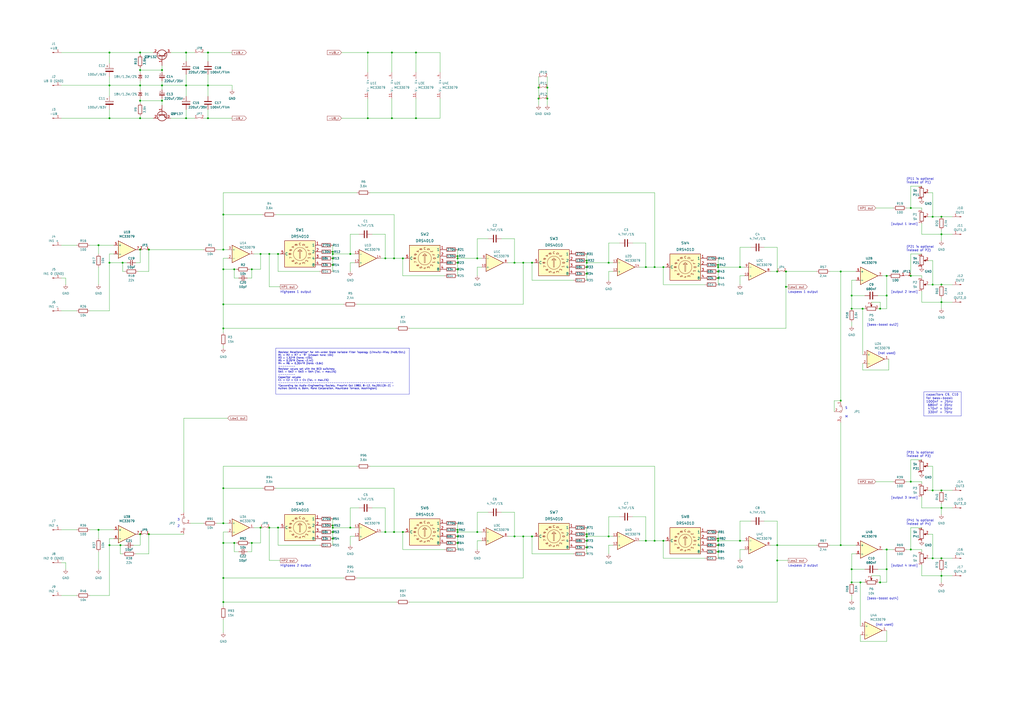
<source format=kicad_sch>
(kicad_sch (version 20211123) (generator eeschema)
  (paper "A2")
  (title_block (title "Thel SAC 30.2/30.3 (version 2011-2017)") (rev "1.0") (comment 1 "PCB is not the original -> but like the original = exactly the same component placement") (comment 2 "1 layer PCB / all THT components"))
  (lib_symbols
    (symbol "Amplifier_Operational:MC33079" (pin_names (offset 0.127))
      (property "Reference" "U" (at 0 5.08 0))
      (property "Value" "MC33079" (at 0 -5.08 0))
      (symbol "MC33079_1_1"
        (pin output line (at 7.62 0 180) (length 2.54) (name "~") (number "1"))
        (pin input line (at -7.62 -2.54 0) (length 2.54) (name "-") (number "2"))
        (pin input line (at -7.62 2.54 0) (length 2.54) (name "+") (number "3"))
      )
      (symbol "MC33079_2_1"
        (pin input line (at -7.62 2.54 0) (length 2.54) (name "+") (number "5"))
        (pin input line (at -7.62 -2.54 0) (length 2.54) (name "-") (number "6"))
        (pin output line (at 7.62 0 180) (length 2.54) (name "~") (number "7"))
      )
      (symbol "MC33079_3_1"
        (pin input line (at -7.62 2.54 0) (length 2.54) (name "+") (number "10"))
        (pin output line (at 7.62 0 180) (length 2.54) (name "~") (number "8"))
        (pin input line (at -7.62 -2.54 0) (length 2.54) (name "-") (number "9"))
      )
      (symbol "MC33079_4_1"
        (pin input line (at -7.62 2.54 0) (length 2.54) (name "+") (number "12"))
        (pin input line (at -7.62 -2.54 0) (length 2.54) (name "-") (number "13"))
        (pin output line (at 7.62 0 180) (length 2.54) (name "~") (number "14"))
      )
      (symbol "MC33079_5_1"
        (pin power_in line (at -2.54 -7.62 90) (length 3.81) (name "V-") (number "11"))
        (pin power_in line (at -2.54 7.62 270) (length 3.81) (name "V+") (number "4"))
      )
    )
    (symbol "C_1" (pin_numbers hide) (pin_names (offset 0.254))
      (property "Reference" "C9" (at 0 6.35 90))
      (property "Value" "C_1" (at 0 3.81 90))
      (symbol "C_1_1_1"
        (pin passive line (at 0 3.81 270) (length 2.794) (name "~") (number "1"))
        (pin passive line (at 0 -3.81 90) (length 2.794) (name "~") (number "4"))
      )
    )
    (symbol "C_2" (pin_numbers hide) (pin_names (offset 0.254))
      (property "Reference" "C10" (at -6.35 0 90))
      (property "Value" "680nF" (at -3.81 0 90))
      (symbol "C_2_1_1"
        (pin passive line (at 0 3.81 270) (length 2.794) (name "~") (number "1"))
        (pin passive line (at 0 -3.81 90) (length 2.794) (name "~") (number "4"))
      )
    )
    (symbol "Connector:Conn_01x01_Male" (pin_names (offset 1.016) hide)
      (property "Reference" "J" (at 0 2.54 0))
      (property "Value" "Conn_01x01_Male" (at 0 -2.54 0))
      (symbol "Conn_01x01_Male_1_1"
        (pin passive line (at 5.08 0 180) (length 3.81) (name "Pin_1") (number "1"))
      )
    )
    (symbol "DRS4010_1" (pin_names (offset 0.254))
      (property "Reference" "SW" (at 0 13.97 0))
      (property "Value" "DRS4010_1" (at 0 11.43 0))
      (symbol "DRS4010_1_0_0"
        (text "0" (at 5.715 0 2700) (effects (font (size 1.27 1.27))))
        (text "1" (at 5.2832 -2.1844 2475) (effects (font (size 1.27 1.27))))
        (text "2" (at 4.0386 -4.0386 2250) (effects (font (size 1.27 1.27))))
        (text "3" (at 2.1844 -5.2832 2025) (effects (font (size 1.27 1.27))))
        (text "4" (at 0 -5.715 1800) (effects (font (size 1.27 1.27))))
        (text "5" (at -2.1844 -5.2832 1575) (effects (font (size 1.27 1.27))))
        (text "6" (at -4.0386 -4.0386 1350) (effects (font (size 1.27 1.27))))
        (text "7" (at -5.2832 -2.1844 1125) (effects (font (size 1.27 1.27))))
        (text "8" (at -5.715 0 900) (effects (font (size 1.27 1.27))))
        (text "9" (at -5.2832 2.1844 675) (effects (font (size 1.27 1.27))))
        (text "A" (at -4.0386 4.0386 450) (effects (font (size 1.27 1.27))))
        (text "B" (at -2.1844 5.2832 225) (effects (font (size 1.27 1.27))))
        (text "C" (at 0 5.715 0) (effects (font (size 1.27 1.27))))
        (text "D" (at 2.1844 5.2832 3375) (effects (font (size 1.27 1.27))))
        (text "E" (at 4.0386 4.0386 3150) (effects (font (size 1.27 1.27))))
        (text "F" (at 5.2832 2.1844 2925) (effects (font (size 1.27 1.27))))
      )
      (symbol "DRS4010_1_1_1"
        (pin unspecified line (at 11.43 5.08 180) (length 2.54) (name "1") (number "1"))
        (pin unspecified line (at 11.43 1.27 180) (length 2.54) (name "2") (number "2"))
        (pin unspecified line (at 11.43 -2.54 180) (length 2.54) (name "4") (number "3"))
        (pin unspecified line (at 11.43 -6.35 180) (length 2.54) (name "8") (number "4"))
        (pin unspecified line (at -11.43 0 0) (length 2.54) (name "C") (number "5"))
      )
    )
    (symbol "DRS4010_2" (pin_names (offset 0.254))
      (property "Reference" "SW" (at 0 13.97 0))
      (property "Value" "DRS4010_2" (at 0 11.43 0))
      (symbol "DRS4010_2_0_0"
        (text "0" (at 5.715 0 2700) (effects (font (size 1.27 1.27))))
        (text "1" (at 5.2832 -2.1844 2475) (effects (font (size 1.27 1.27))))
        (text "2" (at 4.0386 -4.0386 2250) (effects (font (size 1.27 1.27))))
        (text "3" (at 2.1844 -5.2832 2025) (effects (font (size 1.27 1.27))))
        (text "4" (at 0 -5.715 1800) (effects (font (size 1.27 1.27))))
        (text "5" (at -2.1844 -5.2832 1575) (effects (font (size 1.27 1.27))))
        (text "6" (at -4.0386 -4.0386 1350) (effects (font (size 1.27 1.27))))
        (text "7" (at -5.2832 -2.1844 1125) (effects (font (size 1.27 1.27))))
        (text "8" (at -5.715 0 900) (effects (font (size 1.27 1.27))))
        (text "9" (at -5.2832 2.1844 675) (effects (font (size 1.27 1.27))))
        (text "A" (at -4.0386 4.0386 450) (effects (font (size 1.27 1.27))))
        (text "B" (at -2.1844 5.2832 225) (effects (font (size 1.27 1.27))))
        (text "C" (at 0 5.715 0) (effects (font (size 1.27 1.27))))
        (text "D" (at 2.1844 5.2832 3375) (effects (font (size 1.27 1.27))))
        (text "E" (at 4.0386 4.0386 3150) (effects (font (size 1.27 1.27))))
        (text "F" (at 5.2832 2.1844 2925) (effects (font (size 1.27 1.27))))
      )
      (symbol "DRS4010_2_1_1"
        (pin unspecified line (at 11.43 5.08 180) (length 2.54) (name "1") (number "1"))
        (pin unspecified line (at 11.43 1.27 180) (length 2.54) (name "2") (number "2"))
        (pin unspecified line (at 11.43 -2.54 180) (length 2.54) (name "4") (number "3"))
        (pin unspecified line (at 11.43 -6.35 180) (length 2.54) (name "8") (number "4"))
        (pin unspecified line (at -11.43 0 0) (length 2.54) (name "C") (number "5"))
      )
    )
    (symbol "DRS4010_3" (pin_names (offset 0.254))
      (property "Reference" "SW" (at 0 13.97 0))
      (property "Value" "DRS4010_3" (at 0 11.43 0))
      (symbol "DRS4010_3_0_0"
        (text "0" (at 5.715 0 2700) (effects (font (size 1.27 1.27))))
        (text "1" (at 5.2832 -2.1844 2475) (effects (font (size 1.27 1.27))))
        (text "2" (at 4.0386 -4.0386 2250) (effects (font (size 1.27 1.27))))
        (text "3" (at 2.1844 -5.2832 2025) (effects (font (size 1.27 1.27))))
        (text "4" (at 0 -5.715 1800) (effects (font (size 1.27 1.27))))
        (text "5" (at -2.1844 -5.2832 1575) (effects (font (size 1.27 1.27))))
        (text "6" (at -4.0386 -4.0386 1350) (effects (font (size 1.27 1.27))))
        (text "7" (at -5.2832 -2.1844 1125) (effects (font (size 1.27 1.27))))
        (text "8" (at -5.715 0 900) (effects (font (size 1.27 1.27))))
        (text "9" (at -5.2832 2.1844 675) (effects (font (size 1.27 1.27))))
        (text "A" (at -4.0386 4.0386 450) (effects (font (size 1.27 1.27))))
        (text "B" (at -2.1844 5.2832 225) (effects (font (size 1.27 1.27))))
        (text "C" (at 0 5.715 0) (effects (font (size 1.27 1.27))))
        (text "D" (at 2.1844 5.2832 3375) (effects (font (size 1.27 1.27))))
        (text "E" (at 4.0386 4.0386 3150) (effects (font (size 1.27 1.27))))
        (text "F" (at 5.2832 2.1844 2925) (effects (font (size 1.27 1.27))))
      )
      (symbol "DRS4010_3_1_1"
        (pin unspecified line (at 11.43 5.08 180) (length 2.54) (name "1") (number "1"))
        (pin unspecified line (at 11.43 1.27 180) (length 2.54) (name "2") (number "2"))
        (pin unspecified line (at 11.43 -2.54 180) (length 2.54) (name "4") (number "3"))
        (pin unspecified line (at 11.43 -6.35 180) (length 2.54) (name "8") (number "4"))
        (pin unspecified line (at -11.43 0 0) (length 2.54) (name "C") (number "5"))
      )
    )
    (symbol "DRS4010_4" (pin_names (offset 0.254))
      (property "Reference" "SW" (at 0 13.97 0))
      (property "Value" "DRS4010_4" (at 0 11.43 0))
      (symbol "DRS4010_4_0_0"
        (text "0" (at 5.715 0 2700) (effects (font (size 1.27 1.27))))
        (text "1" (at 5.2832 -2.1844 2475) (effects (font (size 1.27 1.27))))
        (text "2" (at 4.0386 -4.0386 2250) (effects (font (size 1.27 1.27))))
        (text "3" (at 2.1844 -5.2832 2025) (effects (font (size 1.27 1.27))))
        (text "4" (at 0 -5.715 1800) (effects (font (size 1.27 1.27))))
        (text "5" (at -2.1844 -5.2832 1575) (effects (font (size 1.27 1.27))))
        (text "6" (at -4.0386 -4.0386 1350) (effects (font (size 1.27 1.27))))
        (text "7" (at -5.2832 -2.1844 1125) (effects (font (size 1.27 1.27))))
        (text "8" (at -5.715 0 900) (effects (font (size 1.27 1.27))))
        (text "9" (at -5.2832 2.1844 675) (effects (font (size 1.27 1.27))))
        (text "A" (at -4.0386 4.0386 450) (effects (font (size 1.27 1.27))))
        (text "B" (at -2.1844 5.2832 225) (effects (font (size 1.27 1.27))))
        (text "C" (at 0 5.715 0) (effects (font (size 1.27 1.27))))
        (text "D" (at 2.1844 5.2832 3375) (effects (font (size 1.27 1.27))))
        (text "E" (at 4.0386 4.0386 3150) (effects (font (size 1.27 1.27))))
        (text "F" (at 5.2832 2.1844 2925) (effects (font (size 1.27 1.27))))
      )
      (symbol "DRS4010_4_1_1"
        (pin unspecified line (at 11.43 5.08 180) (length 2.54) (name "1") (number "1"))
        (pin unspecified line (at 11.43 1.27 180) (length 2.54) (name "2") (number "2"))
        (pin unspecified line (at 11.43 -2.54 180) (length 2.54) (name "4") (number "3"))
        (pin unspecified line (at 11.43 -6.35 180) (length 2.54) (name "8") (number "4"))
        (pin unspecified line (at -11.43 0 0) (length 2.54) (name "C") (number "5"))
      )
    )
    (symbol "DRS4010_5" (pin_names (offset 0.254))
      (property "Reference" "SW" (at 0 13.97 0))
      (property "Value" "DRS4010_5" (at 0 11.43 0))
      (symbol "DRS4010_5_0_0"
        (text "0" (at 5.715 0 2700) (effects (font (size 1.27 1.27))))
        (text "1" (at 5.2832 -2.1844 2475) (effects (font (size 1.27 1.27))))
        (text "2" (at 4.0386 -4.0386 2250) (effects (font (size 1.27 1.27))))
        (text "3" (at 2.1844 -5.2832 2025) (effects (font (size 1.27 1.27))))
        (text "4" (at 0 -5.715 1800) (effects (font (size 1.27 1.27))))
        (text "5" (at -2.1844 -5.2832 1575) (effects (font (size 1.27 1.27))))
        (text "6" (at -4.0386 -4.0386 1350) (effects (font (size 1.27 1.27))))
        (text "7" (at -5.2832 -2.1844 1125) (effects (font (size 1.27 1.27))))
        (text "8" (at -5.715 0 900) (effects (font (size 1.27 1.27))))
        (text "9" (at -5.2832 2.1844 675) (effects (font (size 1.27 1.27))))
        (text "A" (at -4.0386 4.0386 450) (effects (font (size 1.27 1.27))))
        (text "B" (at -2.1844 5.2832 225) (effects (font (size 1.27 1.27))))
        (text "C" (at 0 5.715 0) (effects (font (size 1.27 1.27))))
        (text "D" (at 2.1844 5.2832 3375) (effects (font (size 1.27 1.27))))
        (text "E" (at 4.0386 4.0386 3150) (effects (font (size 1.27 1.27))))
        (text "F" (at 5.2832 2.1844 2925) (effects (font (size 1.27 1.27))))
      )
      (symbol "DRS4010_5_1_1"
        (pin unspecified line (at 11.43 5.08 180) (length 2.54) (name "1") (number "1"))
        (pin unspecified line (at 11.43 1.27 180) (length 2.54) (name "2") (number "2"))
        (pin unspecified line (at 11.43 -2.54 180) (length 2.54) (name "4") (number "3"))
        (pin unspecified line (at 11.43 -6.35 180) (length 2.54) (name "8") (number "4"))
        (pin unspecified line (at -11.43 0 0) (length 2.54) (name "C") (number "5"))
      )
    )
    (symbol "DRS4010_6" (pin_names (offset 0.254))
      (property "Reference" "SW" (at 0 13.97 0))
      (property "Value" "DRS4010_6" (at 0 11.43 0))
      (symbol "DRS4010_6_0_0"
        (text "0" (at 5.715 0 2700) (effects (font (size 1.27 1.27))))
        (text "1" (at 5.2832 -2.1844 2475) (effects (font (size 1.27 1.27))))
        (text "2" (at 4.0386 -4.0386 2250) (effects (font (size 1.27 1.27))))
        (text "3" (at 2.1844 -5.2832 2025) (effects (font (size 1.27 1.27))))
        (text "4" (at 0 -5.715 1800) (effects (font (size 1.27 1.27))))
        (text "5" (at -2.1844 -5.2832 1575) (effects (font (size 1.27 1.27))))
        (text "6" (at -4.0386 -4.0386 1350) (effects (font (size 1.27 1.27))))
        (text "7" (at -5.2832 -2.1844 1125) (effects (font (size 1.27 1.27))))
        (text "8" (at -5.715 0 900) (effects (font (size 1.27 1.27))))
        (text "9" (at -5.2832 2.1844 675) (effects (font (size 1.27 1.27))))
        (text "A" (at -4.0386 4.0386 450) (effects (font (size 1.27 1.27))))
        (text "B" (at -2.1844 5.2832 225) (effects (font (size 1.27 1.27))))
        (text "C" (at 0 5.715 0) (effects (font (size 1.27 1.27))))
        (text "D" (at 2.1844 5.2832 3375) (effects (font (size 1.27 1.27))))
        (text "E" (at 4.0386 4.0386 3150) (effects (font (size 1.27 1.27))))
        (text "F" (at 5.2832 2.1844 2925) (effects (font (size 1.27 1.27))))
      )
      (symbol "DRS4010_6_1_1"
        (pin unspecified line (at 11.43 5.08 180) (length 2.54) (name "1") (number "1"))
        (pin unspecified line (at 11.43 1.27 180) (length 2.54) (name "2") (number "2"))
        (pin unspecified line (at 11.43 -2.54 180) (length 2.54) (name "4") (number "3"))
        (pin unspecified line (at 11.43 -6.35 180) (length 2.54) (name "8") (number "4"))
        (pin unspecified line (at -11.43 0 0) (length 2.54) (name "C") (number "5"))
      )
    )
    (symbol "DRS4010_7" (pin_names (offset 0.254))
      (property "Reference" "SW" (at 0 13.97 0))
      (property "Value" "DRS4010_7" (at 0 11.43 0))
      (symbol "DRS4010_7_0_0"
        (text "0" (at 5.715 0 2700) (effects (font (size 1.27 1.27))))
        (text "1" (at 5.2832 -2.1844 2475) (effects (font (size 1.27 1.27))))
        (text "2" (at 4.0386 -4.0386 2250) (effects (font (size 1.27 1.27))))
        (text "3" (at 2.1844 -5.2832 2025) (effects (font (size 1.27 1.27))))
        (text "4" (at 0 -5.715 1800) (effects (font (size 1.27 1.27))))
        (text "5" (at -2.1844 -5.2832 1575) (effects (font (size 1.27 1.27))))
        (text "6" (at -4.0386 -4.0386 1350) (effects (font (size 1.27 1.27))))
        (text "7" (at -5.2832 -2.1844 1125) (effects (font (size 1.27 1.27))))
        (text "8" (at -5.715 0 900) (effects (font (size 1.27 1.27))))
        (text "9" (at -5.2832 2.1844 675) (effects (font (size 1.27 1.27))))
        (text "A" (at -4.0386 4.0386 450) (effects (font (size 1.27 1.27))))
        (text "B" (at -2.1844 5.2832 225) (effects (font (size 1.27 1.27))))
        (text "C" (at 0 5.715 0) (effects (font (size 1.27 1.27))))
        (text "D" (at 2.1844 5.2832 3375) (effects (font (size 1.27 1.27))))
        (text "E" (at 4.0386 4.0386 3150) (effects (font (size 1.27 1.27))))
        (text "F" (at 5.2832 2.1844 2925) (effects (font (size 1.27 1.27))))
      )
      (symbol "DRS4010_7_1_1"
        (pin unspecified line (at 11.43 5.08 180) (length 2.54) (name "1") (number "1"))
        (pin unspecified line (at 11.43 1.27 180) (length 2.54) (name "2") (number "2"))
        (pin unspecified line (at 11.43 -2.54 180) (length 2.54) (name "4") (number "3"))
        (pin unspecified line (at 11.43 -6.35 180) (length 2.54) (name "8") (number "4"))
        (pin unspecified line (at -11.43 0 0) (length 2.54) (name "C") (number "5"))
      )
    )
    (symbol "Device:C" (pin_numbers hide) (pin_names (offset 0.254))
      (property "Reference" "C" (at 0.635 2.54 0))
      (property "Value" "C" (at 0.635 -2.54 0))
      (symbol "C_1_1"
        (pin passive line (at 0 3.81 270) (length 2.794) (name "~") (number "1"))
        (pin passive line (at 0 -3.81 90) (length 2.794) (name "~") (number "2"))
      )
    )
    (symbol "Device:C_Polarized" (pin_numbers hide) (pin_names (offset 0.254))
      (property "Reference" "C" (at 0.635 2.54 0))
      (property "Value" "C_Polarized" (at 0.635 -2.54 0))
      (symbol "C_Polarized_1_1"
        (pin passive line (at 0 3.81 270) (length 2.794) (name "~") (number "1"))
        (pin passive line (at 0 -3.81 90) (length 2.794) (name "~") (number "2"))
      )
    )
    (symbol "Device:C_Polarized_Small" (pin_numbers hide) (pin_names (offset 0.254) hide)
      (property "Reference" "C" (at 0.254 1.778 0))
      (property "Value" "C_Polarized_Small" (at 0.254 -2.032 0))
      (symbol "C_Polarized_Small_1_1"
        (pin passive line (at 0 2.54 270) (length 1.8542) (name "~") (number "1"))
        (pin passive line (at 0 -2.54 90) (length 1.8542) (name "~") (number "2"))
      )
    )
    (symbol "Device:C_Small" (pin_numbers hide) (pin_names (offset 0.254) hide)
      (property "Reference" "C" (at 0.254 1.778 0))
      (property "Value" "C_Small" (at 0.254 -2.032 0))
      (symbol "C_Small_1_1"
        (pin passive line (at 0 2.54 270) (length 2.032) (name "~") (number "1"))
        (pin passive line (at 0 -2.54 90) (length 2.032) (name "~") (number "2"))
      )
    )
    (symbol "Device:D_Zener_Small" (pin_numbers hide) (pin_names (offset 0.254) hide)
      (property "Reference" "D" (at 0 2.286 0))
      (property "Value" "D_Zener_Small" (at 0 -2.286 0))
      (symbol "D_Zener_Small_1_1"
        (pin passive line (at -2.54 0 0) (length 1.778) (name "K") (number "1"))
        (pin passive line (at 2.54 0 180) (length 1.778) (name "A") (number "2"))
      )
    )
    (symbol "Device:R" (pin_numbers hide) (pin_names (offset 0))
      (property "Reference" "R" (at 2.032 0 90))
      (property "Value" "R" (at 0 0 90))
      (symbol "R_1_1"
        (pin passive line (at 0 3.81 270) (length 1.27) (name "~") (number "1"))
        (pin passive line (at 0 -3.81 90) (length 1.27) (name "~") (number "2"))
      )
    )
    (symbol "Device:R_Potentiometer" (pin_names (offset 1.016) hide)
      (property "Reference" "RV" (at -4.445 0 90))
      (property "Value" "R_Potentiometer" (at -2.54 0 90))
      (symbol "R_Potentiometer_1_1"
        (pin passive line (at 0 3.81 270) (length 1.27) (name "1") (number "1"))
        (pin passive line (at 3.81 0 180) (length 1.27) (name "2") (number "2"))
        (pin passive line (at 0 -3.81 90) (length 1.27) (name "3") (number "3"))
      )
    )
    (symbol "Jumper:Jumper_3_Bridged12" (pin_names (offset 0) hide)
      (property "Reference" "JP" (at -2.54 -2.54 0))
      (property "Value" "Jumper_3_Bridged12" (at 0 2.794 0))
      (symbol "Jumper_3_Bridged12_1_1"
        (pin passive line (at -6.35 0 0) (length 2.54) (name "A") (number "1"))
        (pin input line (at 0 -3.81 90) (length 2.54) (name "C") (number "2"))
        (pin passive line (at 6.35 0 180) (length 2.54) (name "B") (number "3"))
      )
    )
    (symbol "Transistor_BJT:BD139" (pin_names (offset 0) hide)
      (property "Reference" "Q2" (at 0 8.89 90))
      (property "Value" "TIP132" (at 0 6.35 90))
      (symbol "BD139_1_1"
        (pin input line (at -5.08 0 0) (length 5.08) (name "B") (number "1"))
        (pin passive line (at 2.54 5.08 270) (length 2.54) (name "C") (number "2"))
        (pin passive line (at 2.54 -5.08 90) (length 2.54) (name "E") (number "3"))
      )
    )
    (symbol "Transistor_BJT:BD140" (pin_names (offset 0) hide)
      (property "Reference" "Q1" (at 0 -6.35 90))
      (property "Value" "TIP137" (at 0 -8.89 90))
      (symbol "BD140_1_1"
        (pin input line (at -5.08 0 0) (length 5.08) (name "B") (number "1"))
        (pin passive line (at 2.54 5.08 270) (length 2.54) (name "C") (number "2"))
        (pin passive line (at 2.54 -5.08 90) (length 2.54) (name "E") (number "3"))
      )
    )
    (symbol "analoghifi:DRS4010" (pin_names (offset 0.254))
      (property "Reference" "SW" (at 0 13.97 0))
      (property "Value" "DRS4010" (at 0 11.43 0))
      (symbol "DRS4010_0_0"
        (text "0" (at 5.715 0 2700) (effects (font (size 1.27 1.27))))
        (text "1" (at 5.2832 -2.1844 2475) (effects (font (size 1.27 1.27))))
        (text "2" (at 4.0386 -4.0386 2250) (effects (font (size 1.27 1.27))))
        (text "3" (at 2.1844 -5.2832 2025) (effects (font (size 1.27 1.27))))
        (text "4" (at 0 -5.715 1800) (effects (font (size 1.27 1.27))))
        (text "5" (at -2.1844 -5.2832 1575) (effects (font (size 1.27 1.27))))
        (text "6" (at -4.0386 -4.0386 1350) (effects (font (size 1.27 1.27))))
        (text "7" (at -5.2832 -2.1844 1125) (effects (font (size 1.27 1.27))))
        (text "8" (at -5.715 0 900) (effects (font (size 1.27 1.27))))
        (text "9" (at -5.2832 2.1844 675) (effects (font (size 1.27 1.27))))
        (text "A" (at -4.0386 4.0386 450) (effects (font (size 1.27 1.27))))
        (text "B" (at -2.1844 5.2832 225) (effects (font (size 1.27 1.27))))
        (text "C" (at 0 5.715 0) (effects (font (size 1.27 1.27))))
        (text "D" (at 2.1844 5.2832 3375) (effects (font (size 1.27 1.27))))
        (text "E" (at 4.0386 4.0386 3150) (effects (font (size 1.27 1.27))))
        (text "F" (at 5.2832 2.1844 2925) (effects (font (size 1.27 1.27))))
      )
      (symbol "DRS4010_1_1"
        (pin unspecified line (at 11.43 5.08 180) (length 2.54) (name "1") (number "1"))
        (pin unspecified line (at 11.43 1.27 180) (length 2.54) (name "2") (number "2"))
        (pin unspecified line (at 11.43 -2.54 180) (length 2.54) (name "4") (number "3"))
        (pin unspecified line (at 11.43 -6.35 180) (length 2.54) (name "8") (number "4"))
        (pin unspecified line (at -11.43 0 0) (length 2.54) (name "C") (number "5"))
      )
    )
    (symbol "analoghifi:Jumper_2_Bridged" (pin_names (offset 0) hide)
      (property "Reference" "JP" (at 0 1.905 0))
      (property "Value" "Jumper_2_Bridged" (at 0 -2.54 0))
      (symbol "Jumper_2_Bridged_1_1"
        (pin passive line (at -2.54 0 0) (length 1.27) (name "A") (number "1"))
        (pin passive line (at 2.54 0 180) (length 1.27) (name "B") (number "2"))
      )
    )
    (symbol "power:GND" (power) (pin_names (offset 0))
      (property "Value" "GND" (at 0 -3.81 0))
      (symbol "GND_1_1"
        (pin power_in line (at 0 0 270) (length 0) hide (name "GND") (number "1"))
      )
    )
  )
  (junction (at 156.21 147.32))
  (junction (at 81.28 40.64))
  (junction (at 57.15 307.34))
  (junction (at 308.61 311.15))
  (junction (at 374.65 313.69))
  (junction (at 265.43 308.61))
  (junction (at 384.81 154.94))
  (junction (at 546.1 284.48))
  (junction (at 93.98 49.53))
  (junction (at 546.1 135.89))
  (junction (at 81.28 30.48))
  (junction (at 227.33 68.58))
  (junction (at 86.36 144.78))
  (junction (at 265.43 156.21))
  (junction (at 193.04 308.61))
  (junction (at 429.26 154.94))
  (junction (at 203.2 147.32))
  (junction (at 233.68 308.61))
  (junction (at 161.29 306.07))
  (junction (at 546.1 334.01))
  (junction (at 374.65 154.94))
  (junction (at 193.04 304.8))
  (junction (at 151.13 306.07))
  (junction (at 135.89 156.21))
  (junction (at 120.65 49.53))
  (junction (at 151.13 147.32))
  (junction (at 340.36 313.69))
  (junction (at 193.04 306.07))
  (junction (at 81.28 144.78))
  (junction (at 541.02 284.48))
  (junction (at 63.5 316.23))
  (junction (at 265.43 152.4))
  (junction (at 500.38 179.07))
  (junction (at 494.03 330.2))
  (junction (at 528.32 318.77))
  (junction (at 487.68 232.41))
  (junction (at 546.1 125.73))
  (junction (at 450.85 316.23))
  (junction (at 129.54 303.53))
  (junction (at 193.04 153.67))
  (junction (at 298.45 311.15))
  (junction (at 57.15 142.24))
  (junction (at 81.28 68.58))
  (junction (at 276.86 149.86))
  (junction (at 213.36 30.48))
  (junction (at 317.5 57.15))
  (junction (at 69.85 316.23))
  (junction (at 494.03 179.07))
  (junction (at 487.68 316.23))
  (junction (at 303.53 311.15))
  (junction (at 340.36 311.15))
  (junction (at 450.85 325.12))
  (junction (at 429.26 313.69))
  (junction (at 416.56 153.67))
  (junction (at 541.02 165.1))
  (junction (at 107.95 49.53))
  (junction (at 416.56 312.42))
  (junction (at 265.43 149.86))
  (junction (at 379.73 313.69))
  (junction (at 129.54 176.53))
  (junction (at 63.5 152.4))
  (junction (at 312.42 50.8))
  (junction (at 135.89 314.96))
  (junction (at 276.86 308.61))
  (junction (at 193.04 312.42))
  (junction (at 308.61 152.4))
  (junction (at 241.3 68.58))
  (junction (at 546.1 294.64))
  (junction (at 528.32 160.02))
  (junction (at 161.29 147.32))
  (junction (at 265.43 311.15))
  (junction (at 129.54 349.25))
  (junction (at 120.65 30.48))
  (junction (at 494.03 337.82))
  (junction (at 129.54 314.96))
  (junction (at 416.56 320.04))
  (junction (at 416.56 316.23))
  (junction (at 416.56 313.69))
  (junction (at 546.1 165.1))
  (junction (at 71.12 152.4))
  (junction (at 499.11 337.82))
  (junction (at 81.28 309.88))
  (junction (at 298.45 152.4))
  (junction (at 384.81 313.69))
  (junction (at 340.36 154.94))
  (junction (at 379.73 154.94))
  (junction (at 546.1 175.26))
  (junction (at 312.42 57.15))
  (junction (at 63.5 30.48))
  (junction (at 227.33 30.48))
  (junction (at 340.36 158.75))
  (junction (at 528.32 120.65))
  (junction (at 541.02 323.85))
  (junction (at 156.21 306.07))
  (junction (at 129.54 144.78))
  (junction (at 129.54 156.21))
  (junction (at 81.28 49.53))
  (junction (at 223.52 149.86))
  (junction (at 93.98 40.64))
  (junction (at 510.54 337.82))
  (junction (at 223.52 308.61))
  (junction (at 353.06 311.15))
  (junction (at 455.93 166.37))
  (junction (at 193.04 149.86))
  (junction (at 450.85 157.48))
  (junction (at 528.32 279.4))
  (junction (at 514.35 330.2))
  (junction (at 340.36 151.13))
  (junction (at 340.36 317.5))
  (junction (at 546.1 323.85))
  (junction (at 265.43 148.59))
  (junction (at 514.35 160.02))
  (junction (at 265.43 307.34))
  (junction (at 510.54 179.07))
  (junction (at 63.5 49.53))
  (junction (at 416.56 161.29))
  (junction (at 146.05 314.96))
  (junction (at 317.5 50.8))
  (junction (at 81.28 58.42))
  (junction (at 228.6 308.61))
  (junction (at 129.54 124.46))
  (junction (at 353.06 152.4))
  (junction (at 487.68 157.48))
  (junction (at 86.36 309.88))
  (junction (at 193.04 146.05))
  (junction (at 203.2 306.07))
  (junction (at 228.6 149.86))
  (junction (at 241.3 30.48))
  (junction (at 129.54 283.21))
  (junction (at 93.98 58.42))
  (junction (at 146.05 156.21))
  (junction (at 494.03 171.45))
  (junction (at 416.56 157.48))
  (junction (at 541.02 125.73))
  (junction (at 213.36 68.58))
  (junction (at 129.54 190.5))
  (junction (at 340.36 309.88))
  (junction (at 107.95 68.58))
  (junction (at 193.04 147.32))
  (junction (at 514.35 318.77))
  (junction (at 303.53 152.4))
  (junction (at 63.5 68.58))
  (junction (at 129.54 335.28))
  (junction (at 265.43 314.96))
  (junction (at 107.95 30.48))
  (junction (at 120.65 68.58))
  (junction (at 233.68 149.86))
  (junction (at 514.35 171.45))
  (junction (at 340.36 152.4))
  (junction (at 455.93 157.48))
  (junction (at 416.56 154.94))
  (wire (pts (xy 500.38 214.63) (xy 500.38 210.82)))
  (wire (pts (xy 298.45 152.4) (xy 303.53 152.4)))
  (polyline (pts (xy 160.02 201.93) (xy 160.02 228.6)) (stroke (width 0) (type solid)))
  (wire (pts (xy 69.85 321.31) (xy 69.85 316.23)))
  (wire (pts (xy 147.32 306.07) (xy 151.13 306.07)))
  (wire (pts (xy 534.67 160.02) (xy 534.67 161.29)))
  (wire (pts (xy 81.28 67.31) (xy 81.28 68.58)))
  (wire (pts (xy 494.03 171.45) (xy 501.65 171.45)))
  (wire (pts (xy 510.54 334.01) (xy 510.54 337.82)))
  (wire (pts (xy 144.78 314.96) (xy 146.05 314.96)))
  (wire (pts (xy 481.33 157.48) (xy 487.68 157.48)))
  (wire (pts (xy 379.73 313.69) (xy 384.81 313.69)))
  (wire (pts (xy 203.2 152.4) (xy 203.2 157.48)))
  (wire (pts (xy 265.43 308.61) (xy 265.43 311.15)))
  (wire (pts (xy 534.67 129.54) (xy 534.67 135.89)))
  (wire (pts (xy 255.27 57.15) (xy 255.27 68.58)))
  (wire (pts (xy 541.02 151.13) (xy 541.02 165.1)))
  (wire (pts (xy 193.04 306.07) (xy 193.04 308.61)))
  (wire (pts (xy 514.35 365.76) (xy 514.35 372.11)))
  (wire (pts (xy 208.28 294.64) (xy 203.2 294.64)))
  (wire (pts (xy 107.95 68.58) (xy 113.03 68.58)))
  (wire (pts (xy 81.28 152.4) (xy 81.28 144.78)))
  (wire (pts (xy 81.28 30.48) (xy 81.28 31.75)))
  (wire (pts (xy 107.95 49.53) (xy 120.65 49.53)))
  (wire (pts (xy 129.54 303.53) (xy 132.08 303.53)))
  (wire (pts (xy 340.36 151.13) (xy 340.36 152.4)))
  (wire (pts (xy 298.45 138.43) (xy 298.45 152.4)))
  (wire (pts (xy 63.5 30.48) (xy 81.28 30.48)))
  (wire (pts (xy 429.26 154.94) (xy 431.8 154.94)))
  (wire (pts (xy 384.81 323.85) (xy 408.94 323.85)))
  (wire (pts (xy 374.65 140.97) (xy 374.65 154.94)))
  (wire (pts (xy 494.03 345.44) (xy 494.03 347.98)))
  (wire (pts (xy 374.65 154.94) (xy 379.73 154.94)))
  (wire (pts (xy 552.45 334.01) (xy 546.1 334.01)))
  (wire (pts (xy 63.5 316.23) (xy 69.85 316.23)))
  (wire (pts (xy 129.54 308.61) (xy 132.08 308.61)))
  (wire (pts (xy 511.81 318.77) (xy 514.35 318.77)))
  (wire (pts (xy 514.35 372.11) (xy 499.11 372.11)))
  (wire (pts (xy 525.78 279.4) (xy 528.32 279.4)))
  (wire (pts (xy 86.36 144.78) (xy 118.11 144.78)))
  (wire (pts (xy 35.56 307.34) (xy 44.45 307.34)))
  (wire (pts (xy 510.54 175.26) (xy 510.54 179.07)))
  (wire (pts (xy 265.43 156.21) (xy 265.43 160.02)))
  (wire (pts (xy 129.54 349.25) (xy 129.54 335.28)))
  (wire (pts (xy 538.48 151.13) (xy 541.02 151.13)))
  (wire (pts (xy 534.67 327.66) (xy 534.67 334.01)))
  (wire (pts (xy 63.5 63.5) (xy 63.5 68.58)))
  (polyline (pts (xy 535.94 227.33) (xy 535.94 241.3)) (stroke (width 0) (type solid)))
  (wire (pts (xy 233.68 160.02) (xy 233.68 149.86)))
  (wire (pts (xy 241.3 30.48) (xy 255.27 30.48)))
  (wire (pts (xy 57.15 312.42) (xy 57.15 307.34)))
  (wire (pts (xy 528.32 266.7) (xy 528.32 279.4)))
  (wire (pts (xy 129.54 367.03) (xy 129.54 359.41)))
  (wire (pts (xy 384.81 154.94) (xy 384.81 165.1)))
  (wire (pts (xy 213.36 30.48) (xy 213.36 41.91)))
  (wire (pts (xy 340.36 313.69) (xy 340.36 317.5)))
  (wire (pts (xy 416.56 157.48) (xy 416.56 161.29)))
  (wire (pts (xy 143.51 320.04) (xy 146.05 320.04)))
  (wire (pts (xy 429.26 313.69) (xy 431.8 313.69)))
  (wire (pts (xy 227.33 68.58) (xy 213.36 68.58)))
  (wire (pts (xy 298.45 311.15) (xy 303.53 311.15)))
  (wire (pts (xy 494.03 179.07) (xy 500.38 179.07)))
  (wire (pts (xy 203.2 306.07) (xy 205.74 306.07)))
  (wire (pts (xy 63.5 68.58) (xy 81.28 68.58)))
  (wire (pts (xy 228.6 308.61) (xy 223.52 308.61)))
  (wire (pts (xy 514.35 330.2) (xy 514.35 337.82)))
  (wire (pts (xy 160.02 124.46) (xy 228.6 124.46)))
  (wire (pts (xy 78.74 152.4) (xy 81.28 152.4)))
  (wire (pts (xy 57.15 307.34) (xy 66.04 307.34)))
  (wire (pts (xy 81.28 30.48) (xy 88.9 30.48)))
  (wire (pts (xy 538.48 309.88) (xy 541.02 309.88)))
  (wire (pts (xy 81.28 309.88) (xy 81.28 316.23)))
  (wire (pts (xy 514.35 318.77) (xy 518.16 318.77)))
  (wire (pts (xy 429.26 160.02) (xy 429.26 165.1)))
  (wire (pts (xy 308.61 152.4) (xy 308.61 162.56)))
  (wire (pts (xy 135.89 314.96) (xy 137.16 314.96)))
  (wire (pts (xy 514.35 160.02) (xy 514.35 171.45)))
  (wire (pts (xy 203.2 147.32) (xy 205.74 147.32)))
  (wire (pts (xy 541.02 165.1) (xy 546.1 165.1)))
  (wire (pts (xy 508 279.4) (xy 518.16 279.4)))
  (wire (pts (xy 384.81 154.94) (xy 386.08 154.94)))
  (wire (pts (xy 514.35 318.77) (xy 514.35 330.2)))
  (wire (pts (xy 455.93 157.48) (xy 473.71 157.48)))
  (wire (pts (xy 359.41 299.72) (xy 353.06 299.72)))
  (wire (pts (xy 193.04 300.99) (xy 193.04 304.8)))
  (wire (pts (xy 86.36 321.31) (xy 78.74 321.31)))
  (wire (pts (xy 370.84 313.69) (xy 374.65 313.69)))
  (wire (pts (xy 193.04 304.8) (xy 193.04 306.07)))
  (wire (pts (xy 129.54 149.86) (xy 132.08 149.86)))
  (wire (pts (xy 538.48 165.1) (xy 541.02 165.1)))
  (wire (pts (xy 161.29 157.48) (xy 161.29 147.32)))
  (wire (pts (xy 494.03 171.45) (xy 494.03 179.07)))
  (wire (pts (xy 57.15 154.94) (xy 57.15 165.1)))
  (wire (pts (xy 487.68 245.11) (xy 487.68 316.23)))
  (wire (pts (xy 384.81 313.69) (xy 384.81 323.85)))
  (wire (pts (xy 57.15 142.24) (xy 66.04 142.24)))
  (wire (pts (xy 515.62 214.63) (xy 500.38 214.63)))
  (wire (pts (xy 156.21 166.37) (xy 162.56 166.37)))
  (wire (pts (xy 66.04 312.42) (xy 63.5 312.42)))
  (wire (pts (xy 528.32 318.77) (xy 534.67 318.77)))
  (wire (pts (xy 379.73 154.94) (xy 384.81 154.94)))
  (wire (pts (xy 63.5 316.23) (xy 63.5 345.44)))
  (wire (pts (xy 134.62 49.53) (xy 134.62 52.07)))
  (wire (pts (xy 63.5 147.32) (xy 63.5 152.4)))
  (wire (pts (xy 294.64 152.4) (xy 298.45 152.4)))
  (wire (pts (xy 227.33 30.48) (xy 241.3 30.48)))
  (wire (pts (xy 228.6 149.86) (xy 233.68 149.86)))
  (wire (pts (xy 118.11 30.48) (xy 120.65 30.48)))
  (wire (pts (xy 546.1 125.73) (xy 552.45 125.73)))
  (wire (pts (xy 340.36 147.32) (xy 340.36 151.13)))
  (polyline (pts (xy 535.94 227.33) (xy 557.53 227.33)) (stroke (width 0) (type solid)))
  (wire (pts (xy 276.86 154.94) (xy 276.86 160.02)))
  (wire (pts (xy 205.74 311.15) (xy 203.2 311.15)))
  (wire (pts (xy 505.46 334.01) (xy 510.54 334.01)))
  (wire (pts (xy 416.56 161.29) (xy 416.56 165.1)))
  (wire (pts (xy 509.27 171.45) (xy 514.35 171.45)))
  (wire (pts (xy 152.4 124.46) (xy 129.54 124.46)))
  (wire (pts (xy 35.56 30.48) (xy 63.5 30.48)))
  (wire (pts (xy 93.98 49.53) (xy 107.95 49.53)))
  (wire (pts (xy 146.05 161.29) (xy 146.05 156.21)))
  (wire (pts (xy 143.51 161.29) (xy 146.05 161.29)))
  (wire (pts (xy 501.65 179.07) (xy 500.38 179.07)))
  (wire (pts (xy 541.02 270.51) (xy 541.02 284.48)))
  (wire (pts (xy 416.56 308.61) (xy 416.56 312.42)))
  (wire (pts (xy 152.4 283.21) (xy 129.54 283.21)))
  (wire (pts (xy 308.61 311.15) (xy 309.88 311.15)))
  (wire (pts (xy 120.65 30.48) (xy 120.65 35.56)))
  (wire (pts (xy 255.27 41.91) (xy 255.27 30.48)))
  (wire (pts (xy 162.56 325.12) (xy 156.21 325.12)))
  (wire (pts (xy 514.35 171.45) (xy 514.35 179.07)))
  (wire (pts (xy 431.8 318.77) (xy 429.26 318.77)))
  (wire (pts (xy 443.23 143.51) (xy 450.85 143.51)))
  (wire (pts (xy 515.62 160.02) (xy 514.35 160.02)))
  (wire (pts (xy 223.52 308.61) (xy 223.52 294.64)))
  (wire (pts (xy 156.21 325.12) (xy 156.21 306.07)))
  (wire (pts (xy 86.36 309.88) (xy 106.68 309.88)))
  (wire (pts (xy 340.36 154.94) (xy 340.36 158.75)))
  (wire (pts (xy 52.07 345.44) (xy 63.5 345.44)))
  (wire (pts (xy 546.1 165.1) (xy 552.45 165.1)))
  (wire (pts (xy 129.54 176.53) (xy 129.54 156.21)))
  (wire (pts (xy 227.33 57.15) (xy 227.33 68.58)))
  (wire (pts (xy 129.54 156.21) (xy 135.89 156.21)))
  (wire (pts (xy 429.26 143.51) (xy 429.26 154.94)))
  (wire (pts (xy 81.28 46.99) (xy 81.28 49.53)))
  (wire (pts (xy 541.02 284.48) (xy 546.1 284.48)))
  (wire (pts (xy 129.54 335.28) (xy 199.39 335.28)))
  (wire (pts (xy 129.54 124.46) (xy 129.54 144.78)))
  (wire (pts (xy 63.5 44.45) (xy 63.5 49.53)))
  (wire (pts (xy 510.54 337.82) (xy 509.27 337.82)))
  (wire (pts (xy 534.67 168.91) (xy 534.67 175.26)))
  (wire (pts (xy 276.86 297.18) (xy 276.86 308.61)))
  (wire (pts (xy 146.05 320.04) (xy 146.05 314.96)))
  (wire (pts (xy 129.54 193.04) (xy 129.54 190.5)))
  (wire (pts (xy 538.48 323.85) (xy 541.02 323.85)))
  (wire (pts (xy 228.6 149.86) (xy 223.52 149.86)))
  (wire (pts (xy 223.52 308.61) (xy 220.98 308.61)))
  (wire (pts (xy 255.27 68.58) (xy 241.3 68.58)))
  (wire (pts (xy 353.06 157.48) (xy 353.06 162.56)))
  (wire (pts (xy 69.85 316.23) (xy 72.39 316.23)))
  (wire (pts (xy 129.54 349.25) (xy 229.87 349.25)))
  (wire (pts (xy 193.04 153.67) (xy 193.04 157.48)))
  (wire (pts (xy 223.52 149.86) (xy 220.98 149.86)))
  (wire (pts (xy 228.6 308.61) (xy 233.68 308.61)))
  (wire (pts (xy 265.43 148.59) (xy 265.43 149.86)))
  (wire (pts (xy 193.04 147.32) (xy 193.04 149.86)))
  (polyline (pts (xy 160.02 201.93) (xy 237.49 201.93)) (stroke (width 0) (type solid)))
  (wire (pts (xy 151.13 147.32) (xy 156.21 147.32)))
  (wire (pts (xy 63.5 312.42) (xy 63.5 316.23)))
  (wire (pts (xy 538.48 284.48) (xy 541.02 284.48)))
  (wire (pts (xy 93.98 38.1) (xy 93.98 40.64)))
  (wire (pts (xy 340.36 152.4) (xy 353.06 152.4)))
  (wire (pts (xy 546.1 294.64) (xy 546.1 292.1)))
  (wire (pts (xy 35.56 49.53) (xy 63.5 49.53)))
  (wire (pts (xy 35.56 142.24) (xy 44.45 142.24)))
  (wire (pts (xy 353.06 152.4) (xy 355.6 152.4)))
  (wire (pts (xy 552.45 294.64) (xy 546.1 294.64)))
  (wire (pts (xy 499.11 372.11) (xy 499.11 368.3)))
  (wire (pts (xy 213.36 57.15) (xy 213.36 68.58)))
  (wire (pts (xy 416.56 312.42) (xy 416.56 313.69)))
  (wire (pts (xy 144.78 156.21) (xy 146.05 156.21)))
  (wire (pts (xy 214.63 111.76) (xy 379.73 111.76)))
  (wire (pts (xy 241.3 57.15) (xy 241.3 68.58)))
  (wire (pts (xy 93.98 57.15) (xy 93.98 58.42)))
  (wire (pts (xy 138.43 161.29) (xy 135.89 161.29)))
  (wire (pts (xy 450.85 316.23) (xy 450.85 325.12)))
  (wire (pts (xy 487.68 157.48) (xy 487.68 232.41)))
  (wire (pts (xy 129.54 144.78) (xy 132.08 144.78)))
  (wire (pts (xy 416.56 153.67) (xy 416.56 154.94)))
  (wire (pts (xy 355.6 157.48) (xy 353.06 157.48)))
  (wire (pts (xy 450.85 325.12) (xy 457.2 325.12)))
  (wire (pts (xy 118.11 68.58) (xy 120.65 68.58)))
  (wire (pts (xy 203.2 135.89) (xy 203.2 147.32)))
  (wire (pts (xy 312.42 57.15) (xy 312.42 60.96)))
  (wire (pts (xy 193.04 308.61) (xy 193.04 312.42)))
  (wire (pts (xy 72.39 157.48) (xy 71.12 157.48)))
  (wire (pts (xy 81.28 68.58) (xy 88.9 68.58)))
  (wire (pts (xy 455.93 157.48) (xy 455.93 166.37)))
  (wire (pts (xy 35.56 68.58) (xy 63.5 68.58)))
  (wire (pts (xy 265.43 307.34) (xy 265.43 308.61)))
  (wire (pts (xy 193.04 147.32) (xy 203.2 147.32)))
  (wire (pts (xy 317.5 57.15) (xy 317.5 60.96)))
  (wire (pts (xy 429.26 302.26) (xy 429.26 313.69)))
  (wire (pts (xy 151.13 147.32) (xy 151.13 156.21)))
  (wire (pts (xy 500.38 179.07) (xy 500.38 205.74)))
  (wire (pts (xy 501.65 337.82) (xy 499.11 337.82)))
  (wire (pts (xy 303.53 311.15) (xy 308.61 311.15)))
  (wire (pts (xy 193.04 149.86) (xy 193.04 153.67)))
  (wire (pts (xy 416.56 154.94) (xy 429.26 154.94)))
  (wire (pts (xy 110.49 303.53) (xy 118.11 303.53)))
  (wire (pts (xy 265.43 303.53) (xy 265.43 307.34)))
  (wire (pts (xy 161.29 157.48) (xy 185.42 157.48)))
  (wire (pts (xy 93.98 58.42) (xy 93.98 60.96)))
  (wire (pts (xy 233.68 318.77) (xy 233.68 308.61)))
  (wire (pts (xy 147.32 147.32) (xy 151.13 147.32)))
  (wire (pts (xy 107.95 49.53) (xy 107.95 55.88)))
  (wire (pts (xy 129.54 190.5) (xy 229.87 190.5)))
  (wire (pts (xy 534.67 120.65) (xy 534.67 121.92)))
  (wire (pts (xy 416.56 313.69) (xy 416.56 316.23)))
  (wire (pts (xy 265.43 314.96) (xy 265.43 318.77)))
  (wire (pts (xy 283.21 138.43) (xy 276.86 138.43)))
  (wire (pts (xy 233.68 308.61) (xy 234.95 308.61)))
  (wire (pts (xy 290.83 297.18) (xy 298.45 297.18)))
  (wire (pts (xy 35.56 161.29) (xy 38.1 161.29)))
  (wire (pts (xy 237.49 190.5) (xy 455.93 190.5)))
  (wire (pts (xy 546.1 294.64) (xy 546.1 298.45)))
  (wire (pts (xy 107.95 30.48) (xy 107.95 35.56)))
  (wire (pts (xy 135.89 156.21) (xy 135.89 161.29)))
  (wire (pts (xy 237.49 349.25) (xy 450.85 349.25)))
  (wire (pts (xy 546.1 175.26) (xy 546.1 172.72)))
  (wire (pts (xy 106.68 242.57) (xy 132.08 242.57)))
  (wire (pts (xy 298.45 297.18) (xy 298.45 311.15)))
  (wire (pts (xy 541.02 323.85) (xy 546.1 323.85)))
  (wire (pts (xy 63.5 49.53) (xy 63.5 55.88)))
  (wire (pts (xy 294.64 311.15) (xy 298.45 311.15)))
  (wire (pts (xy 120.65 49.53) (xy 120.65 55.88)))
  (wire (pts (xy 514.35 337.82) (xy 510.54 337.82)))
  (wire (pts (xy 129.54 314.96) (xy 135.89 314.96)))
  (wire (pts (xy 138.43 320.04) (xy 135.89 320.04)))
  (wire (pts (xy 276.86 138.43) (xy 276.86 149.86)))
  (wire (pts (xy 265.43 144.78) (xy 265.43 148.59)))
  (wire (pts (xy 546.1 334.01) (xy 546.1 337.82)))
  (wire (pts (xy 106.68 297.18) (xy 106.68 242.57)))
  (wire (pts (xy 35.56 180.34) (xy 44.45 180.34)))
  (wire (pts (xy 129.54 335.28) (xy 129.54 314.96)))
  (wire (pts (xy 35.56 326.39) (xy 38.1 326.39)))
  (wire (pts (xy 431.8 160.02) (xy 429.26 160.02)))
  (wire (pts (xy 276.86 149.86) (xy 279.4 149.86)))
  (wire (pts (xy 308.61 321.31) (xy 332.74 321.31)))
  (wire (pts (xy 81.28 316.23) (xy 77.47 316.23)))
  (wire (pts (xy 499.11 337.82) (xy 494.03 337.82)))
  (wire (pts (xy 38.1 326.39) (xy 38.1 330.2)))
  (wire (pts (xy 546.1 323.85) (xy 552.45 323.85)))
  (wire (pts (xy 546.1 135.89) (xy 546.1 133.35)))
  (wire (pts (xy 63.5 152.4) (xy 71.12 152.4)))
  (wire (pts (xy 283.21 297.18) (xy 276.86 297.18)))
  (wire (pts (xy 207.01 176.53) (xy 303.53 176.53)))
  (wire (pts (xy 483.87 238.76) (xy 483.87 232.41)))
  (wire (pts (xy 494.03 321.31) (xy 494.03 330.2)))
  (wire (pts (xy 494.03 162.56) (xy 496.57 162.56)))
  (wire (pts (xy 156.21 147.32) (xy 161.29 147.32)))
  (wire (pts (xy 203.2 294.64) (xy 203.2 306.07)))
  (wire (pts (xy 193.04 312.42) (xy 193.04 316.23)))
  (wire (pts (xy 546.1 135.89) (xy 546.1 139.7)))
  (wire (pts (xy 161.29 316.23) (xy 185.42 316.23)))
  (wire (pts (xy 487.68 157.48) (xy 496.57 157.48)))
  (wire (pts (xy 534.67 279.4) (xy 534.67 280.67)))
  (wire (pts (xy 416.56 313.69) (xy 429.26 313.69)))
  (wire (pts (xy 80.01 157.48) (xy 86.36 157.48)))
  (wire (pts (xy 450.85 316.23) (xy 447.04 316.23)))
  (wire (pts (xy 161.29 316.23) (xy 161.29 306.07)))
  (wire (pts (xy 81.28 58.42) (xy 93.98 58.42)))
  (wire (pts (xy 81.28 40.64) (xy 81.28 41.91)))
  (wire (pts (xy 353.06 316.23) (xy 353.06 321.31)))
  (wire (pts (xy 528.32 306.07) (xy 528.32 318.77)))
  (wire (pts (xy 63.5 30.48) (xy 63.5 36.83)))
  (wire (pts (xy 534.67 318.77) (xy 534.67 320.04)))
  (wire (pts (xy 312.42 50.8) (xy 312.42 57.15)))
  (wire (pts (xy 265.43 308.61) (xy 276.86 308.61)))
  (wire (pts (xy 546.1 284.48) (xy 552.45 284.48)))
  (wire (pts (xy 135.89 156.21) (xy 137.16 156.21)))
  (wire (pts (xy 416.56 320.04) (xy 416.56 323.85)))
  (wire (pts (xy 223.52 135.89) (xy 215.9 135.89)))
  (wire (pts (xy 528.32 160.02) (xy 534.67 160.02)))
  (wire (pts (xy 223.52 294.64) (xy 215.9 294.64)))
  (wire (pts (xy 538.48 125.73) (xy 541.02 125.73)))
  (wire (pts (xy 455.93 166.37) (xy 455.93 190.5)))
  (wire (pts (xy 156.21 147.32) (xy 156.21 166.37)))
  (wire (pts (xy 416.56 149.86) (xy 416.56 153.67)))
  (wire (pts (xy 379.73 270.51) (xy 379.73 313.69)))
  (wire (pts (xy 35.56 345.44) (xy 44.45 345.44)))
  (wire (pts (xy 151.13 306.07) (xy 151.13 314.96)))
  (wire (pts (xy 265.43 311.15) (xy 265.43 314.96)))
  (wire (pts (xy 265.43 149.86) (xy 276.86 149.86)))
  (wire (pts (xy 541.02 111.76) (xy 541.02 125.73)))
  (wire (pts (xy 370.84 154.94) (xy 374.65 154.94)))
  (wire (pts (xy 384.81 165.1) (xy 408.94 165.1)))
  (wire (pts (xy 534.67 147.32) (xy 528.32 147.32)))
  (wire (pts (xy 233.68 149.86) (xy 234.95 149.86)))
  (wire (pts (xy 534.67 334.01) (xy 546.1 334.01)))
  (wire (pts (xy 120.65 43.18) (xy 120.65 49.53)))
  (wire (pts (xy 528.32 120.65) (xy 534.67 120.65)))
  (wire (pts (xy 93.98 46.99) (xy 93.98 49.53)))
  (wire (pts (xy 510.54 179.07) (xy 509.27 179.07)))
  (wire (pts (xy 538.48 270.51) (xy 541.02 270.51)))
  (wire (pts (xy 71.12 152.4) (xy 73.66 152.4)))
  (wire (pts (xy 435.61 302.26) (xy 429.26 302.26)))
  (wire (pts (xy 340.36 317.5) (xy 340.36 321.31)))
  (wire (pts (xy 483.87 232.41) (xy 487.68 232.41)))
  (wire (pts (xy 129.54 283.21) (xy 129.54 303.53)))
  (wire (pts (xy 340.36 311.15) (xy 340.36 313.69)))
  (wire (pts (xy 308.61 152.4) (xy 309.88 152.4)))
  (wire (pts (xy 450.85 349.25) (xy 450.85 325.12)))
  (wire (pts (xy 227.33 41.91) (xy 227.33 30.48)))
  (wire (pts (xy 161.29 306.07) (xy 162.56 306.07)))
  (wire (pts (xy 107.95 63.5) (xy 107.95 68.58)))
  (wire (pts (xy 276.86 313.69) (xy 276.86 318.77)))
  (wire (pts (xy 129.54 176.53) (xy 199.39 176.53)))
  (wire (pts (xy 63.5 49.53) (xy 81.28 49.53)))
  (wire (pts (xy 308.61 311.15) (xy 308.61 321.31)))
  (wire (pts (xy 340.36 309.88) (xy 340.36 311.15)))
  (wire (pts (xy 193.04 306.07) (xy 203.2 306.07)))
  (wire (pts (xy 107.95 43.18) (xy 107.95 49.53)))
  (wire (pts (xy 107.95 30.48) (xy 113.03 30.48)))
  (wire (pts (xy 71.12 321.31) (xy 69.85 321.31)))
  (wire (pts (xy 193.04 146.05) (xy 193.04 147.32)))
  (wire (pts (xy 538.48 111.76) (xy 541.02 111.76)))
  (wire (pts (xy 317.5 50.8) (xy 317.5 57.15)))
  (wire (pts (xy 129.54 190.5) (xy 129.54 176.53)))
  (polyline (pts (xy 535.94 241.3) (xy 557.53 241.3)) (stroke (width 0) (type solid)))
  (wire (pts (xy 129.54 351.79) (xy 129.54 349.25)))
  (wire (pts (xy 552.45 175.26) (xy 546.1 175.26)))
  (wire (pts (xy 57.15 147.32) (xy 57.15 142.24)))
  (wire (pts (xy 265.43 152.4) (xy 265.43 156.21)))
  (wire (pts (xy 241.3 68.58) (xy 227.33 68.58)))
  (wire (pts (xy 160.02 283.21) (xy 228.6 283.21)))
  (wire (pts (xy 63.5 152.4) (xy 63.5 180.34)))
  (wire (pts (xy 93.98 40.64) (xy 93.98 41.91)))
  (wire (pts (xy 213.36 30.48) (xy 227.33 30.48)))
  (wire (pts (xy 125.73 303.53) (xy 129.54 303.53)))
  (wire (pts (xy 534.67 294.64) (xy 546.1 294.64)))
  (wire (pts (xy 207.01 335.28) (xy 303.53 335.28)))
  (wire (pts (xy 384.81 313.69) (xy 386.08 313.69)))
  (wire (pts (xy 86.36 157.48) (xy 86.36 144.78)))
  (wire (pts (xy 509.27 330.2) (xy 514.35 330.2)))
  (wire (pts (xy 355.6 316.23) (xy 353.06 316.23)))
  (wire (pts (xy 129.54 124.46) (xy 129.54 111.76)))
  (polyline (pts (xy 557.53 241.3) (xy 557.53 227.33)) (stroke (width 0) (type solid)))
  (wire (pts (xy 541.02 125.73) (xy 546.1 125.73)))
  (wire (pts (xy 208.28 135.89) (xy 203.2 135.89)))
  (wire (pts (xy 276.86 308.61) (xy 279.4 308.61)))
  (wire (pts (xy 120.65 49.53) (xy 134.62 49.53)))
  (wire (pts (xy 514.35 179.07) (xy 510.54 179.07)))
  (wire (pts (xy 340.36 311.15) (xy 353.06 311.15)))
  (wire (pts (xy 81.28 49.53) (xy 93.98 49.53)))
  (wire (pts (xy 499.11 337.82) (xy 499.11 363.22)))
  (wire (pts (xy 129.54 149.86) (xy 129.54 156.21)))
  (wire (pts (xy 146.05 314.96) (xy 151.13 314.96)))
  (wire (pts (xy 541.02 309.88) (xy 541.02 323.85)))
  (polyline (pts (xy 160.02 228.6) (xy 237.49 228.6)) (stroke (width 0) (type solid)))
  (wire (pts (xy 312.42 44.45) (xy 312.42 50.8)))
  (wire (pts (xy 317.5 44.45) (xy 317.5 50.8)))
  (wire (pts (xy 203.2 311.15) (xy 203.2 316.23)))
  (wire (pts (xy 81.28 49.53) (xy 81.28 52.07)))
  (wire (pts (xy 52.07 142.24) (xy 57.15 142.24)))
  (wire (pts (xy 528.32 107.95) (xy 528.32 120.65)))
  (wire (pts (xy 52.07 307.34) (xy 57.15 307.34)))
  (wire (pts (xy 290.83 138.43) (xy 298.45 138.43)))
  (wire (pts (xy 129.54 111.76) (xy 207.01 111.76)))
  (wire (pts (xy 93.98 49.53) (xy 93.98 52.07)))
  (wire (pts (xy 308.61 162.56) (xy 332.74 162.56)))
  (wire (pts (xy 120.65 30.48) (xy 134.62 30.48)))
  (wire (pts (xy 367.03 140.97) (xy 374.65 140.97)))
  (wire (pts (xy 374.65 299.72) (xy 374.65 313.69)))
  (wire (pts (xy 416.56 154.94) (xy 416.56 157.48)))
  (wire (pts (xy 120.65 68.58) (xy 134.62 68.58)))
  (wire (pts (xy 161.29 147.32) (xy 162.56 147.32)))
  (wire (pts (xy 525.78 318.77) (xy 528.32 318.77)))
  (wire (pts (xy 525.78 120.65) (xy 528.32 120.65)))
  (wire (pts (xy 534.67 135.89) (xy 546.1 135.89)))
  (wire (pts (xy 353.06 299.72) (xy 353.06 311.15)))
  (wire (pts (xy 38.1 161.29) (xy 38.1 165.1)))
  (wire (pts (xy 156.21 306.07) (xy 161.29 306.07)))
  (wire (pts (xy 303.53 152.4) (xy 303.53 176.53)))
  (wire (pts (xy 129.54 283.21) (xy 129.54 270.51)))
  (wire (pts (xy 214.63 270.51) (xy 379.73 270.51)))
  (wire (pts (xy 241.3 30.48) (xy 241.3 41.91)))
  (wire (pts (xy 481.33 316.23) (xy 487.68 316.23)))
  (wire (pts (xy 52.07 180.34) (xy 63.5 180.34)))
  (wire (pts (xy 265.43 149.86) (xy 265.43 152.4)))
  (wire (pts (xy 534.67 107.95) (xy 528.32 107.95)))
  (wire (pts (xy 546.1 334.01) (xy 546.1 331.47)))
  (wire (pts (xy 508 120.65) (xy 518.16 120.65)))
  (wire (pts (xy 81.28 40.64) (xy 93.98 40.64)))
  (wire (pts (xy 353.06 140.97) (xy 353.06 152.4)))
  (wire (pts (xy 120.65 63.5) (xy 120.65 68.58)))
  (wire (pts (xy 450.85 302.26) (xy 450.85 316.23)))
  (wire (pts (xy 303.53 311.15) (xy 303.53 335.28)))
  (wire (pts (xy 228.6 283.21) (xy 228.6 308.61)))
  (wire (pts (xy 455.93 166.37) (xy 457.2 166.37)))
  (wire (pts (xy 528.32 147.32) (xy 528.32 160.02)))
  (wire (pts (xy 228.6 124.46) (xy 228.6 149.86)))
  (wire (pts (xy 534.67 175.26) (xy 546.1 175.26)))
  (wire (pts (xy 193.04 142.24) (xy 193.04 146.05)))
  (wire (pts (xy 71.12 157.48) (xy 71.12 152.4)))
  (wire (pts (xy 534.67 288.29) (xy 534.67 294.64)))
  (wire (pts (xy 303.53 152.4) (xy 308.61 152.4)))
  (wire (pts (xy 233.68 318.77) (xy 257.81 318.77)))
  (wire (pts (xy 359.41 140.97) (xy 353.06 140.97)))
  (wire (pts (xy 429.26 318.77) (xy 429.26 323.85)))
  (wire (pts (xy 340.36 152.4) (xy 340.36 154.94)))
  (wire (pts (xy 505.46 175.26) (xy 510.54 175.26)))
  (wire (pts (xy 367.03 299.72) (xy 374.65 299.72)))
  (wire (pts (xy 57.15 320.04) (xy 57.15 330.2)))
  (wire (pts (xy 66.04 147.32) (xy 63.5 147.32)))
  (wire (pts (xy 450.85 157.48) (xy 447.04 157.48)))
  (wire (pts (xy 198.12 30.48) (xy 213.36 30.48)))
  (wire (pts (xy 487.68 316.23) (xy 496.57 316.23)))
  (wire (pts (xy 340.36 306.07) (xy 340.36 309.88)))
  (wire (pts (xy 99.06 68.58) (xy 107.95 68.58)))
  (wire (pts (xy 443.23 302.26) (xy 450.85 302.26)))
  (wire (pts (xy 86.36 309.88) (xy 86.36 321.31)))
  (wire (pts (xy 494.03 321.31) (xy 496.57 321.31)))
  (wire (pts (xy 374.65 313.69) (xy 379.73 313.69)))
  (wire (pts (xy 279.4 154.94) (xy 276.86 154.94)))
  (wire (pts (xy 528.32 279.4) (xy 534.67 279.4)))
  (wire (pts (xy 450.85 143.51) (xy 450.85 157.48)))
  (wire (pts (xy 233.68 160.02) (xy 257.81 160.02)))
  (wire (pts (xy 279.4 313.69) (xy 276.86 313.69)))
  (wire (pts (xy 450.85 316.23) (xy 473.71 316.23)))
  (wire (pts (xy 511.81 160.02) (xy 514.35 160.02)))
  (wire (pts (xy 534.67 306.07) (xy 528.32 306.07)))
  (wire (pts (xy 125.73 144.78) (xy 129.54 144.78)))
  (wire (pts (xy 353.06 311.15) (xy 355.6 311.15)))
  (wire (pts (xy 435.61 143.51) (xy 429.26 143.51)))
  (wire (pts (xy 205.74 152.4) (xy 203.2 152.4)))
  (polyline (pts (xy 237.49 228.6) (xy 237.49 201.93)) (stroke (width 0) (type solid)))
  (wire (pts (xy 340.36 158.75) (xy 340.36 162.56)))
  (wire (pts (xy 81.28 57.15) (xy 81.28 58.42)))
  (wire (pts (xy 81.28 39.37) (xy 81.28 40.64)))
  (wire (pts (xy 515.62 208.28) (xy 515.62 214.63)))
  (wire (pts (xy 534.67 266.7) (xy 528.32 266.7)))
  (wire (pts (xy 135.89 314.96) (xy 135.89 320.04)))
  (wire (pts (xy 494.03 330.2) (xy 494.03 337.82)))
  (wire (pts (xy 99.06 30.48) (xy 107.95 30.48)))
  (wire (pts (xy 129.54 270.51) (xy 207.01 270.51)))
  (wire (pts (xy 146.05 156.21) (xy 151.13 156.21)))
  (wire (pts (xy 129.54 308.61) (xy 129.54 314.96)))
  (wire (pts (xy 552.45 135.89) (xy 546.1 135.89)))
  (wire (pts (xy 198.12 68.58) (xy 213.36 68.58)))
  (wire (pts (xy 494.03 186.69) (xy 494.03 189.23)))
  (wire (pts (xy 546.1 175.26) (xy 546.1 179.07)))
  (wire (pts (xy 494.03 162.56) (xy 494.03 171.45)))
  (wire (pts (xy 223.52 149.86) (xy 223.52 135.89)))
  (wire (pts (xy 416.56 316.23) (xy 416.56 320.04)))
  (wire (pts (xy 379.73 111.76) (xy 379.73 154.94)))
  (wire (pts (xy 81.28 58.42) (xy 81.28 59.69)))
  (wire (pts (xy 494.03 330.2) (xy 501.65 330.2)))
  (wire (pts (xy 129.54 201.93) (xy 129.54 200.66)))
  (text "Lowpass 2 output" (at 457.2 328.93 0) (effects (font (size 1.27 1.27)) (justify left bottom)))
  (text "[output 4 level]" (at 516.89 328.93 0) (effects (font (size 1.27 1.27)) (justify left bottom)))
  (text "(P21 is optional \ninstead of P2)" (at 525.78 146.05 0) (effects (font (size 1.27 1.27)) (justify left bottom)))
  (text "2" (at 102.87 306.07 0) (effects (font (size 1.27 1.27)) (justify left bottom)))
  (text "M" (at 490.22 242.57 0) (effects (font (size 1.27 1.27)) (justify left bottom)))
  (text "Highpass 2 output" (at 162.56 328.93 0) (effects (font (size 1.27 1.27)) (justify left bottom)))
  (text "(P11 is optional \ninstead of P1)" (at 525.78 106.68 0) (effects (font (size 1.27 1.27)) (justify left bottom)))
  (text "(P41 is optional \ninstead of P4)" (at 525.78 304.8 0) (effects (font (size 1.27 1.27)) (justify left bottom)))
  (text "[output 3 level]" (at 516.89 289.56 0) (effects (font (size 1.27 1.27)) (justify left bottom)))
  (text "[bass-boost out2]" (at 502.92 189.23 0) (effects (font (size 1.27 1.27)) (justify left bottom)))
  (text "[output 1 level]" (at 516.89 130.81 0) (effects (font (size 1.27 1.27)) (justify left bottom)))
  (text "capacitors C9, C10 \nfor bass-boost:\n1000nF = 25Hz\n 680nF = 35Hz\n 470nF = 50Hz\n 330nF = 75Hz" (at 537.21 240.03 0) (effects (font (size 1.27 1.27)) (justify left bottom)))
  (text "[bass-boost out4]" (at 502.92 347.98 0) (effects (font (size 1.27 1.27)) (justify left bottom)))
  (text "3" (at 102.87 302.26 0) (effects (font (size 1.27 1.27)) (justify left bottom)))
  (text "Lowpass 1 output" (at 457.2 170.18 0) (effects (font (size 1.27 1.27)) (justify left bottom)))
  (text "[output 2 level]" (at 516.89 170.18 0) (effects (font (size 1.27 1.27)) (justify left bottom)))
  (text "S" (at 490.22 237.49 0) (effects (font (size 1.27 1.27)) (justify left bottom)))
  (text "(not used)" (at 508 363.22 0) (effects (font (size 1.27 1.27)) (justify left bottom)))
  (text "Resistor Relationships* for 4th-order State Variable Filter Topology (Linkwitz-Riley 24dB/Oct.)\nR1 = R2 = R7 = \"R\" (chosen here: 10k)\nR3 = 1,52*R (here: ~15k)\nR5 = 0,25*R (here: ~2,4k)\nR4 = R6 = 0,354*R (here: ~3,6k)\n--------\nResistor values set with the BCD switches:\nSW1 = SW2 = SW3 = SW4 (Tol. = max.1%)\n--------\nCapacitor values:\nC1 = C2 = C3 = C4 (Tol. = max.1%)\n------------------------------------------------------\n*(according to: Audio-Engineering-Society, Preprint Oct 1983, 8-12, No.2011[B-2] -  \nAuthor: Dennis A. Bohn, Rane Corporation, Mountlake Terrace, Washington)" (at 161.29 226.06 0) (effects (font (size 1 1)) (justify left bottom)))
  (text "(not used)" (at 509.27 205.74 0) (effects (font (size 1.27 1.27)) (justify left bottom)))
  (text "Highpass 1 output" (at 162.56 170.18 0) (effects (font (size 1.27 1.27)) (justify left bottom)))
  (text "(P31 is optional \ninstead of P3)" (at 525.78 265.43 0) (effects (font (size 1.27 1.27)) (justify left bottom)))
  (global_label "-UB_r" (shape input) (at 198.12 68.58 180) (property "Intersheet References" "${INTERSHEET_REFS}" (effects hide)))
  (global_label "HP1 out" (shape input) (at 508 120.65 180) (property "Intersheet References" "${INTERSHEET_REFS}" (effects hide)))
  (global_label "+UB_r" (shape output) (at 134.62 30.48 0) (property "Intersheet References" "${INTERSHEET_REFS}" (effects hide)))
  (global_label "HP2 out" (shape output) (at 162.56 325.12 0) (property "Intersheet References" "${INTERSHEET_REFS}" (effects hide)))
  (global_label "Low2 out" (shape output) (at 457.2 325.12 0) (property "Intersheet References" "${INTERSHEET_REFS}" (effects hide)))
  (global_label "HP1 out" (shape output) (at 162.56 166.37 0) (property "Intersheet References" "${INTERSHEET_REFS}" (effects hide)))
  (global_label "Low1 out" (shape input) (at 132.08 242.57 0) (property "Intersheet References" "${INTERSHEET_REFS}" (effects hide)))
  (global_label "+UB_r" (shape input) (at 198.12 30.48 180) (property "Intersheet References" "${INTERSHEET_REFS}" (effects hide)))
  (global_label "HP2 out" (shape input) (at 508 279.4 180) (property "Intersheet References" "${INTERSHEET_REFS}" (effects hide)))
  (global_label "-UB_r" (shape output) (at 134.62 68.58 0) (property "Intersheet References" "${INTERSHEET_REFS}" (effects hide)))
  (global_label "Low1 out" (shape output) (at 457.2 166.37 0) (property "Intersheet References" "${INTERSHEET_REFS}" (effects hide)))
  (symbol (lib_id "Device:C_Small") (at 140.97 161.29 90) (unit 1)
    (property "Reference" "C20" (at 140.97 163.83 90))
    (property "Value" "10pF" (at 140.97 166.37 90))
    (property "Footprint" "Capacitor_THT:C_Rect_L4.0mm_W2.5mm_P2.50mm" (effects hide))
  )
  (symbol (lib_id "Device:R") (at 74.93 321.31 90) (unit 1)
    (property "Reference" "R38" (at 74.93 323.85 90))
    (property "Value" "22k" (at 74.93 326.39 90))
    (property "Footprint" "analoghifi:R_Axial_DIN0207_L6.3mm_D2.5mm_P10.16mm_Horizontal_minSilk" (effects hide))
  )
  (symbol (lib_id "power:GND") (at 312.42 60.96 0) (unit 1)
    (property "Reference" "#PWR018" (effects hide))
    (property "Value" "GND" (at 312.42 66.04 0))
  )
  (symbol (lib_id "Device:R_Potentiometer") (at 534.67 151.13 0) (unit 1)
    (property "Reference" "P21" (at 533.4 152.4 0) (effects (justify right)))
    (property "Value" "5k" (at 532.13 149.8601 0) (effects (justify right)))
    (property "Footprint" "analoghifi:Potentiometer_TKD_CP601" (effects hide))
  )
  (symbol (lib_id "Device:R") (at 412.75 165.1 90) (unit 1)
    (property "Reference" "R45" (at 420.37 165.1 90) (effects (justify left)))
    (property "Value" "51k" (at 414.02 165.1 90) (effects (justify left)))
    (property "Footprint" "analoghifi:R_Axial_DIN0207_L6.3mm_D2.5mm_P10.16mm_Horizontal_minSilk" (effects hide))
  )
  (symbol (lib_id "Connector:Conn_01x01_Male") (at 30.48 68.58 0) (unit 1)
    (property "Reference" "J3" (at 31.115 63.5 0))
    (property "Value" "-UB" (at 31.115 66.04 0))
    (property "Footprint" "analoghifi:Loet_Pin_D1.5mm_L14.0mm" (effects hide))
  )
  (symbol (lib_id "Device:R") (at 336.55 321.31 90) (unit 1)
    (property "Reference" "R75" (at 344.17 321.31 90) (effects (justify left)))
    (property "Value" "51k" (at 337.82 321.31 90) (effects (justify left)))
    (property "Footprint" "analoghifi:R_Axial_DIN0207_L6.3mm_D2.5mm_P10.16mm_Horizontal_minSilk" (effects hide))
  )
  (symbol (lib_id "power:GND") (at 534.67 115.57 0) (unit 1)
    (property "Reference" "#PWR0110" (effects hide))
    (property "Value" "GND" (at 538.48 118.11 0))
  )
  (symbol (lib_id "analoghifi:Jumper_2_Bridged") (at 115.57 30.48 0) (unit 1)
    (property "Reference" "JP8" (at 115.57 27.94 0))
    (property "Value" "Jumper_2_Bridged" (effects hide))
    (property "Footprint" "analoghifi:Drahtbruecke_10.16mm" (effects hide))
  )
  (symbol (lib_id "power:GND") (at 276.86 318.77 0) (unit 1)
    (property "Reference" "#PWR09" (effects hide))
    (property "Value" "GND" (at 276.86 323.85 0))
  )
  (symbol (lib_id "Device:R") (at 261.62 307.34 90) (unit 1)
    (property "Reference" "R62" (at 267.97 307.34 90))
    (property "Value" "130k" (at 261.62 307.34 90))
    (property "Footprint" "analoghifi:R_Axial_DIN0207_L6.3mm_D2.5mm_P10.16mm_Horizontal_minSilk" (effects hide))
  )
  (symbol (lib_id "Device:R") (at 189.23 308.61 90) (unit 1)
    (property "Reference" "R53" (at 196.85 308.61 90) (effects (justify left)))
    (property "Value" "68k" (at 190.5 308.61 90) (effects (justify left)))
    (property "Footprint" "analoghifi:R_Axial_DIN0207_L6.3mm_D2.5mm_P10.16mm_Horizontal_minSilk" (effects hide))
  )
  (symbol (lib_id "Connector:Conn_01x01_Male") (at 557.53 294.64 180) (unit 1)
    (property "Reference" "J15" (at 556.895 289.56 0))
    (property "Value" "OUT3_0" (at 556.895 292.1 0))
    (property "Footprint" "analoghifi:Loet_Pin_D1.5mm_L14.0mm" (effects hide))
  )
  (symbol (lib_id "Device:R") (at 210.82 270.51 90) (unit 1)
    (property "Reference" "R96" (at 210.82 264.16 90))
    (property "Value" "3,6k" (at 210.82 266.7 90))
    (property "Footprint" "analoghifi:R_Axial_DIN0207_L6.3mm_D2.5mm_P10.16mm_Horizontal_minSilk" (effects hide))
  )
  (symbol (lib_id "Amplifier_Operational:MC33079") (at 504.19 318.77 0) (unit 2)
    (property "Reference" "U4" (at 504.19 308.61 0))
    (property "Value" "MC33079" (at 504.19 311.15 0))
    (property "Footprint" "Package_DIP:DIP-14_W7.62mm" (effects hide))
    (property "Datasheet" "https://www.onsemi.com/pub/Collateral/MC33078-D.PDF" (effects hide))
  )
  (symbol (lib_id "Amplifier_Operational:MC33079") (at 508 208.28 0) (unit 1)
    (property "Reference" "U2" (at 509.27 199.39 0))
    (property "Value" "MC33079" (at 511.81 201.93 0))
    (property "Footprint" "Package_DIP:DIP-14_W7.62mm" (effects hide))
    (property "Datasheet" "https://www.onsemi.com/pub/Collateral/MC33078-D.PDF" (effects hide))
  )
  (symbol (lib_id "Connector:Conn_01x01_Male") (at 557.53 165.1 180) (unit 1)
    (property "Reference" "J12" (at 556.895 160.02 0))
    (property "Value" "OUT2" (at 556.895 162.56 0))
    (property "Footprint" "analoghifi:Loet_Pin_D1.5mm_L14.0mm" (effects hide))
  )
  (symbol (lib_id "Amplifier_Operational:MC33079") (at 506.73 365.76 0) (unit 1)
    (property "Reference" "U4" (at 506.73 356.87 0))
    (property "Value" "MC33079" (at 509.27 359.41 0))
    (property "Footprint" "Package_DIP:DIP-14_W7.62mm" (effects hide))
    (property "Datasheet" "https://www.onsemi.com/pub/Collateral/MC33078-D.PDF" (effects hide))
  )
  (symbol (lib_id "Amplifier_Operational:MC33079") (at 439.42 316.23 0) (mirror x) (unit 3)
    (property "Reference" "U4" (at 440.69 309.88 0))
    (property "Value" "MC33079" (at 443.23 312.42 0))
    (property "Footprint" "Package_DIP:DIP-14_W7.62mm" (effects hide))
    (property "Datasheet" "https://www.onsemi.com/pub/Collateral/MC33078-D.PDF" (effects hide))
  )
  (symbol (lib_id "Device:R") (at 57.15 151.13 180) (unit 1)
    (property "Reference" "R17" (at 54.61 151.13 90))
    (property "Value" "10k" (at 59.69 151.13 90))
    (property "Footprint" "analoghifi:R_Axial_DIN0207_L6.3mm_D2.5mm_P10.16mm_Horizontal_minSilk" (effects hide))
  )
  (symbol (lib_id "Device:R") (at 156.21 283.21 90) (unit 1)
    (property "Reference" "R94" (at 156.21 276.86 90))
    (property "Value" "3,6k" (at 156.21 279.4 90))
    (property "Footprint" "analoghifi:R_Axial_DIN0207_L6.3mm_D2.5mm_P10.16mm_Horizontal_minSilk" (effects hide))
  )
  (symbol (lib_id "Amplifier_Operational:MC33079") (at 243.84 49.53 0) (unit 5)
    (property "Reference" "U3" (at 242.57 48.2599 0) (effects (justify left)))
    (property "Value" "MC33079" (at 242.57 50.7999 0) (effects (justify left)))
    (property "Footprint" "Package_DIP:DIP-14_W7.62mm" (effects hide))
    (property "Datasheet" "https://www.onsemi.com/pub/Collateral/MC33078-D.PDF" (effects hide))
  )
  (symbol (lib_id "Device:D_Zener_Small") (at 81.28 44.45 270) (unit 1)
    (property "Reference" "D2" (at 83.82 44.45 90) (effects (justify left)))
    (property "Value" "18V/1,3W/2%" (at 66.04 44.45 90) (effects (justify left)))
    (property "Footprint" "analoghifi:D_DO-41_SOD81_P10.16mm_Horizontal_minSilk" (effects hide))
  )
  (symbol (lib_id "Connector:Conn_01x01_Male") (at 557.53 135.89 180) (unit 1)
    (property "Reference" "J11" (at 556.895 130.81 0))
    (property "Value" "OUT1_0" (at 556.895 133.35 0))
    (property "Footprint" "analoghifi:Loet_Pin_D1.5mm_L14.0mm" (effects hide))
  )
  (symbol (lib_id "Device:R") (at 336.55 158.75 90) (unit 1)
    (property "Reference" "R34" (at 344.17 158.75 90) (effects (justify left)))
    (property "Value" "33k" (at 337.82 158.75 90) (effects (justify left)))
    (property "Footprint" "analoghifi:R_Axial_DIN0207_L6.3mm_D2.5mm_P10.16mm_Horizontal_minSilk" (effects hide))
  )
  (symbol (lib_id "Connector:Conn_01x01_Male") (at 557.53 175.26 180) (unit 1)
    (property "Reference" "J13" (at 556.895 170.18 0))
    (property "Value" "OUT2_0" (at 556.895 172.72 0))
    (property "Footprint" "analoghifi:Loet_Pin_D1.5mm_L14.0mm" (effects hide))
  )
  (symbol (lib_id "Device:R") (at 261.62 144.78 90) (unit 1)
    (property "Reference" "R21" (at 269.24 144.78 90) (effects (justify left)))
    (property "Value" "270k" (at 264.16 144.78 90) (effects (justify left)))
    (property "Footprint" "analoghifi:R_Axial_DIN0207_L6.3mm_D2.5mm_P10.16mm_Horizontal_minSilk" (effects hide))
  )
  (symbol (lib_id "Device:R") (at 233.68 190.5 90) (unit 1)
    (property "Reference" "R7" (at 233.68 184.15 90))
    (property "Value" "10k" (at 233.68 186.69 90))
    (property "Footprint" "analoghifi:R_Axial_DIN0207_L6.3mm_D2.5mm_P10.16mm_Horizontal_minSilk" (effects hide))
  )
  (symbol (lib_id "Device:R") (at 81.28 35.56 180) (unit 1)
    (property "Reference" "R10" (at 78.74 35.56 90))
    (property "Value" "3,6k" (at 83.82 35.56 90))
    (property "Footprint" "analoghifi:R_Axial_DIN0207_L6.3mm_D2.5mm_P10.16mm_Horizontal_minSilk" (effects hide))
  )
  (symbol (lib_id "analoghifi:Jumper_2_Bridged") (at 453.39 157.48 0) (unit 1)
    (property "Reference" "JP4" (at 453.39 154.94 0))
    (property "Value" "Jumper_2_Bridged" (effects hide))
    (property "Footprint" "analoghifi:Drahtbruecke_10.16mm" (effects hide))
  )
  (symbol (lib_id "Connector:Conn_01x01_Male") (at 30.48 49.53 0) (unit 1)
    (property "Reference" "J2" (at 31.115 44.45 0))
    (property "Value" "UB 0 (GND)" (at 31.115 46.99 0))
    (property "Footprint" "analoghifi:Loet_Pin_D1.5mm_L14.0mm" (effects hide))
  )
  (symbol (lib_id "Device:R") (at 261.62 303.53 90) (unit 1)
    (property "Reference" "R61" (at 269.24 303.53 90) (effects (justify left)))
    (property "Value" "270k" (at 264.16 303.53 90) (effects (justify left)))
    (property "Footprint" "analoghifi:R_Axial_DIN0207_L6.3mm_D2.5mm_P10.16mm_Horizontal_minSilk" (effects hide))
  )
  (symbol (lib_id "Device:R") (at 336.55 306.07 90) (unit 1)
    (property "Reference" "R71" (at 344.17 306.07 90) (effects (justify left)))
    (property "Value" "270k" (at 339.09 306.07 90) (effects (justify left)))
    (property "Footprint" "analoghifi:R_Axial_DIN0207_L6.3mm_D2.5mm_P10.16mm_Horizontal_minSilk" (effects hide))
  )
  (symbol (lib_id "Device:R") (at 76.2 157.48 90) (unit 1)
    (property "Reference" "R18" (at 76.2 160.02 90))
    (property "Value" "22k" (at 76.2 162.56 90))
    (property "Footprint" "analoghifi:R_Axial_DIN0207_L6.3mm_D2.5mm_P10.16mm_Horizontal_minSilk" (effects hide))
  )
  (symbol (lib_id "Device:R") (at 412.75 149.86 90) (unit 1)
    (property "Reference" "R41" (at 420.37 149.86 90) (effects (justify left)))
    (property "Value" "270k" (at 415.29 149.86 90) (effects (justify left)))
    (property "Footprint" "analoghifi:R_Axial_DIN0207_L6.3mm_D2.5mm_P10.16mm_Horizontal_minSilk" (effects hide))
  )
  (symbol (lib_id "Device:R") (at 336.55 147.32 90) (unit 1)
    (property "Reference" "R31" (at 344.17 147.32 90) (effects (justify left)))
    (property "Value" "270k" (at 339.09 147.32 90) (effects (justify left)))
    (property "Footprint" "analoghifi:R_Axial_DIN0207_L6.3mm_D2.5mm_P10.16mm_Horizontal_minSilk" (effects hide))
  )
  (symbol (lib_id "Device:C_Small") (at 140.97 320.04 90) (unit 1)
    (property "Reference" "C22" (at 140.97 322.58 90))
    (property "Value" "10pF" (at 140.97 325.12 90))
    (property "Footprint" "Capacitor_THT:C_Rect_L4.0mm_W2.5mm_P2.50mm" (effects hide))
  )
  (symbol (lib_id "Connector:Conn_01x01_Male") (at 557.53 284.48 180) (unit 1)
    (property "Reference" "J14" (at 556.895 279.4 0))
    (property "Value" "OUT3" (at 556.895 281.94 0))
    (property "Footprint" "analoghifi:Loet_Pin_D1.5mm_L14.0mm" (effects hide))
  )
  (symbol (lib_id "Connector:Conn_01x01_Male") (at 557.53 323.85 180) (unit 1)
    (property "Reference" "J16" (at 556.895 318.77 0))
    (property "Value" "OUT4" (at 556.895 321.31 0))
    (property "Footprint" "analoghifi:Loet_Pin_D1.5mm_L14.0mm" (effects hide))
  )
  (symbol (lib_id "Device:R") (at 494.03 341.63 180) (unit 1)
    (property "Reference" "R68" (at 491.49 341.63 90))
    (property "Value" "3,6k" (at 496.57 341.63 90))
    (property "Footprint" "analoghifi:R_Axial_DIN0207_L6.3mm_D2.5mm_P10.16mm_Horizontal_minSilk" (effects hide))
  )
  (symbol (lib_id "Device:R_Potentiometer") (at 534.67 270.51 0) (unit 1)
    (property "Reference" "P31" (at 533.4 271.78 0) (effects (justify right)))
    (property "Value" "5k" (at 532.13 269.2401 0) (effects (justify right)))
    (property "Footprint" "analoghifi:Potentiometer_TKD_CP601" (effects hide))
  )
  (symbol (lib_id "Device:R") (at 189.23 312.42 90) (unit 1)
    (property "Reference" "R54" (at 196.85 312.42 90) (effects (justify left)))
    (property "Value" "33k" (at 190.5 312.42 90) (effects (justify left)))
    (property "Footprint" "analoghifi:R_Axial_DIN0207_L6.3mm_D2.5mm_P10.16mm_Horizontal_minSilk" (effects hide))
  )
  (symbol (lib_id "Device:R") (at 156.21 124.46 90) (unit 1)
    (property "Reference" "R4" (at 156.21 118.11 90))
    (property "Value" "3,6k" (at 156.21 120.65 90))
    (property "Footprint" "analoghifi:R_Axial_DIN0207_L6.3mm_D2.5mm_P10.16mm_Horizontal_minSilk" (effects hide))
  )
  (symbol (lib_id "Amplifier_Operational:MC33079") (at 504.19 160.02 0) (unit 2)
    (property "Reference" "U2" (at 504.19 149.86 0))
    (property "Value" "MC33079" (at 504.19 152.4 0))
    (property "Footprint" "Package_DIP:DIP-14_W7.62mm" (effects hide))
    (property "Datasheet" "https://www.onsemi.com/pub/Collateral/MC33078-D.PDF" (effects hide))
  )
  (symbol (lib_name "DRS4010_4") (lib_id "analoghifi:DRS4010") (at 321.31 152.4 0) (unit 1)
    (property "Reference" "SW3" (at 321.31 138.43 0) (effects (font (size 1.524 1.524))))
    (property "Value" "DRS4010" (at 321.31 142.24 0) (effects (font (size 1.524 1.524))))
    (property "Footprint" "analoghifi:DRS_3016_4010" (effects hide))
  )
  (symbol (lib_id "Device:R") (at 189.23 142.24 90) (unit 1)
    (property "Reference" "R11" (at 196.85 142.24 90) (effects (justify left)))
    (property "Value" "270k" (at 191.77 142.24 90) (effects (justify left)))
    (property "Footprint" "analoghifi:R_Axial_DIN0207_L6.3mm_D2.5mm_P10.16mm_Horizontal_minSilk" (effects hide))
  )
  (symbol (lib_id "Amplifier_Operational:MC33079") (at 363.22 154.94 0) (mirror x) (unit 4)
    (property "Reference" "U2" (at 364.49 148.59 0))
    (property "Value" "MC33079" (at 367.03 151.13 0))
    (property "Footprint" "Package_DIP:DIP-14_W7.62mm" (effects hide))
    (property "Datasheet" "https://www.onsemi.com/pub/Collateral/MC33078-D.PDF" (effects hide))
  )
  (symbol (lib_id "Device:R") (at 477.52 157.48 90) (unit 1)
    (property "Reference" "R57" (at 477.52 154.94 90))
    (property "Value" "2,4k" (at 477.52 160.02 90))
    (property "Footprint" "analoghifi:R_Axial_DIN0207_L6.3mm_D2.5mm_P10.16mm_Horizontal_minSilk" (effects hide))
  )
  (symbol (lib_id "Device:R") (at 48.26 345.44 90) (unit 1)
    (property "Reference" "R46" (at 48.26 342.9 90))
    (property "Value" "10k" (at 48.26 347.98 90))
    (property "Footprint" "analoghifi:R_Axial_DIN0207_L6.3mm_D2.5mm_P10.16mm_Horizontal_minSilk" (effects hide))
  )
  (symbol (lib_id "Device:R") (at 477.52 316.23 90) (unit 1)
    (property "Reference" "R67" (at 477.52 313.69 90))
    (property "Value" "2,4k" (at 477.52 318.77 90))
    (property "Footprint" "analoghifi:R_Axial_DIN0207_L6.3mm_D2.5mm_P10.16mm_Horizontal_minSilk" (effects hide))
  )
  (symbol (lib_id "Device:R") (at 261.62 156.21 90) (unit 1)
    (property "Reference" "R24" (at 269.24 156.21 90) (effects (justify left)))
    (property "Value" "33k" (at 262.89 156.21 90) (effects (justify left)))
    (property "Footprint" "analoghifi:R_Axial_DIN0207_L6.3mm_D2.5mm_P10.16mm_Horizontal_minSilk" (effects hide))
  )
  (symbol (lib_id "analoghifi:Jumper_2_Bridged") (at 314.96 57.15 0) (unit 1)
    (property "Reference" "JP12" (at 314.96 54.61 0))
    (property "Value" "Jumper_2_Bridged" (effects hide))
    (property "Footprint" "analoghifi:Drahtbruecke_10.16mm" (effects hide))
  )
  (symbol (lib_id "power:GND") (at 203.2 316.23 0) (unit 1)
    (property "Reference" "#PWR08" (effects hide))
    (property "Value" "GND" (at 203.2 321.31 0))
  )
  (symbol (lib_id "Connector:Conn_01x01_Male") (at 30.48 142.24 0) (unit 1)
    (property "Reference" "J4" (at 31.115 137.16 0))
    (property "Value" "IN1 +" (at 31.115 139.7 0))
    (property "Footprint" "analoghifi:Loet_Pin_D1.5mm_L14.0mm" (effects hide))
  )
  (symbol (lib_id "Device:C_Polarized") (at 63.5 59.69 0) (unit 1)
    (property "Reference" "C11" (at 57.15 57.15 0) (effects (justify left)))
    (property "Value" "100uF/63V" (at 50.8 62.23 0) (effects (justify left)))
    (property "Footprint" "analoghifi:CP_Radial_D10.0mm_P5.00mm_minmal_silk" (effects hide))
  )
  (symbol (lib_id "Device:C") (at 287.02 138.43 90) (unit 1)
    (property "Reference" "C2" (at 287.02 130.81 90))
    (property "Value" "4,7nF/1%" (at 287.02 133.35 90))
    (property "Footprint" "analoghifi:C_Multi_THT_1-Layer_alternative_2" (effects hide))
  )
  (symbol (lib_id "Transistor_BJT:BD139") (at 93.98 33.02 90) (unit 1)
    (property "Reference" "Q2" (at 85.09 33.02 90))
    (property "Value" "TIP132" (at 87.63 33.02 90))
    (property "Footprint" "analoghifi:TO-220-3_Horizontal_TabDown_no_hole" (effects hide))
  )
  (symbol (lib_id "Device:R") (at 57.15 316.23 180) (unit 1)
    (property "Reference" "R37" (at 54.61 316.23 90))
    (property "Value" "10k" (at 59.69 316.23 90))
    (property "Footprint" "analoghifi:R_Axial_DIN0207_L6.3mm_D2.5mm_P10.16mm_Horizontal_minSilk" (effects hide))
  )
  (symbol (lib_id "Device:R") (at 412.75 312.42 90) (unit 1)
    (property "Reference" "R82" (at 419.1 312.42 90))
    (property "Value" "130k" (at 412.75 312.42 90))
    (property "Footprint" "analoghifi:R_Axial_DIN0207_L6.3mm_D2.5mm_P10.16mm_Horizontal_minSilk" (effects hide))
  )
  (symbol (lib_id "Device:R_Potentiometer") (at 534.67 309.88 0) (unit 1)
    (property "Reference" "P41" (at 533.4 311.15 0) (effects (justify right)))
    (property "Value" "5k" (at 532.13 308.6101 0) (effects (justify right)))
    (property "Footprint" "analoghifi:Potentiometer_TKD_CP601" (effects hide))
  )
  (symbol (lib_id "Device:R") (at 412.75 157.48 90) (unit 1)
    (property "Reference" "R43" (at 420.37 157.48 90) (effects (justify left)))
    (property "Value" "68k" (at 414.02 157.48 90) (effects (justify left)))
    (property "Footprint" "analoghifi:R_Axial_DIN0207_L6.3mm_D2.5mm_P10.16mm_Horizontal_minSilk" (effects hide))
  )
  (symbol (lib_id "Device:R") (at 261.62 314.96 90) (unit 1)
    (property "Reference" "R64" (at 269.24 314.96 90) (effects (justify left)))
    (property "Value" "33k" (at 262.89 314.96 90) (effects (justify left)))
    (property "Footprint" "analoghifi:R_Axial_DIN0207_L6.3mm_D2.5mm_P10.16mm_Horizontal_minSilk" (effects hide))
  )
  (symbol (lib_id "analoghifi:Jumper_2_Bridged") (at 525.78 160.02 0) (unit 1)
    (property "Reference" "JP13" (at 525.78 157.48 0))
    (property "Value" "Jumper_2_Bridged" (effects hide))
    (property "Footprint" "analoghifi:Drahtbruecke_10.16mm" (effects hide))
  )
  (symbol (lib_id "Device:R") (at 336.55 151.13 90) (unit 1)
    (property "Reference" "R32" (at 342.9 151.13 90))
    (property "Value" "130k" (at 336.55 151.13 90))
    (property "Footprint" "analoghifi:R_Axial_DIN0207_L6.3mm_D2.5mm_P10.16mm_Horizontal_minSilk" (effects hide))
  )
  (symbol (lib_id "Device:C_Polarized") (at 63.5 40.64 0) (unit 1)
    (property "Reference" "C12" (at 57.15 38.1 0) (effects (justify left)))
    (property "Value" "100uF/63V" (at 50.8 43.18 0) (effects (justify left)))
    (property "Footprint" "analoghifi:CP_Radial_D10.0mm_P5.00mm_minmal_silk" (effects hide))
  )
  (symbol (lib_id "power:GND") (at 534.67 274.32 0) (unit 1)
    (property "Reference" "#PWR0108" (effects hide))
    (property "Value" "GND" (at 538.48 276.86 0))
  )
  (symbol (lib_id "Device:R") (at 129.54 196.85 0) (unit 1)
    (property "Reference" "R3" (at 132.08 195.5799 0) (effects (justify left)))
    (property "Value" "15k" (at 132.08 198.1199 0) (effects (justify left)))
    (property "Footprint" "analoghifi:R_Axial_DIN0207_L6.3mm_D2.5mm_P10.16mm_Horizontal_minSilk" (effects hide))
  )
  (symbol (lib_id "Device:R") (at 336.55 154.94 90) (unit 1)
    (property "Reference" "R33" (at 344.17 154.94 90) (effects (justify left)))
    (property "Value" "68k" (at 337.82 154.94 90) (effects (justify left)))
    (property "Footprint" "analoghifi:R_Axial_DIN0207_L6.3mm_D2.5mm_P10.16mm_Horizontal_minSilk" (effects hide))
  )
  (symbol (lib_id "Amplifier_Operational:MC33079") (at 213.36 308.61 0) (mirror x) (unit 4)
    (property "Reference" "U3" (at 213.36 300.99 0))
    (property "Value" "MC33079" (at 215.9 303.53 0))
    (property "Footprint" "Package_DIP:DIP-14_W7.62mm" (effects hide))
    (property "Datasheet" "https://www.onsemi.com/pub/Collateral/MC33078-D.PDF" (effects hide))
  )
  (symbol (lib_id "Jumper:Jumper_3_Bridged12") (at 487.68 238.76 270) (unit 1)
    (property "Reference" "JP1" (at 495.3 238.76 90) (effects (justify left)))
    (property "Value" "Jumper_3_Bridged12" (effects hide))
    (property "Footprint" "Connector_PinHeader_2.54mm:PinHeader_1x03_P2.54mm_Vertical" (effects hide))
  )
  (symbol (lib_name "DRS4010_5") (lib_id "analoghifi:DRS4010") (at 173.99 306.07 0) (unit 1)
    (property "Reference" "SW5" (at 173.99 292.1 0) (effects (font (size 1.524 1.524))))
    (property "Value" "DRS4010" (at 173.99 295.91 0) (effects (font (size 1.524 1.524))))
    (property "Footprint" "analoghifi:DRS_3016_4010" (effects hide))
  )
  (symbol (lib_id "Device:R") (at 546.1 327.66 180) (unit 1)
    (property "Reference" "R70" (at 543.56 327.66 90))
    (property "Value" "2,4k" (at 548.64 327.66 90))
    (property "Footprint" "analoghifi:R_Axial_DIN0207_L6.3mm_D2.5mm_P10.16mm_Horizontal_minSilk" (effects hide))
  )
  (symbol (lib_id "Device:R_Potentiometer") (at 505.46 337.82 90) (unit 1)
    (property "Reference" "P6" (at 505.46 341.63 90))
    (property "Value" "10k" (at 505.46 344.17 90))
    (property "Footprint" "analoghifi:Potentiometer_Bourns_3386P_Vertical" (effects hide))
  )
  (symbol (lib_id "Device:R_Potentiometer") (at 534.67 111.76 0) (unit 1)
    (property "Reference" "P11" (at 533.4 113.03 0) (effects (justify right)))
    (property "Value" "5k" (at 532.13 110.4901 0) (effects (justify right)))
    (property "Footprint" "analoghifi:Potentiometer_TKD_CP601" (effects hide))
  )
  (symbol (lib_id "power:GND") (at 134.62 52.07 0) (unit 1)
    (property "Reference" "#PWR01" (effects hide))
    (property "Value" "GND" (at 134.62 57.15 0))
  )
  (symbol (lib_name "DRS4010_3") (lib_id "analoghifi:DRS4010") (at 397.51 154.94 0) (unit 1)
    (property "Reference" "SW4" (at 397.51 140.97 0) (effects (font (size 1.524 1.524))))
    (property "Value" "DRS4010" (at 397.51 144.78 0) (effects (font (size 1.524 1.524))))
    (property "Footprint" "analoghifi:DRS_3016_4010" (effects hide))
  )
  (symbol (lib_id "Connector:Conn_01x01_Male") (at 30.48 30.48 0) (unit 1)
    (property "Reference" "J1" (at 31.115 25.4 0))
    (property "Value" "+UB" (at 31.115 27.94 0))
    (property "Footprint" "analoghifi:Loet_Pin_D1.5mm_L14.0mm" (effects hide))
  )
  (symbol (lib_id "Device:R") (at 521.97 120.65 90) (unit 1)
    (property "Reference" "R19" (at 521.97 118.11 90))
    (property "Value" "100" (at 521.97 123.19 90))
    (property "Footprint" "analoghifi:R_Axial_DIN0207_L6.3mm_D2.5mm_P10.16mm_Horizontal_minSilk" (effects hide))
  )
  (symbol (lib_id "Device:R_Potentiometer") (at 505.46 179.07 90) (unit 1)
    (property "Reference" "P5" (at 505.46 182.88 90))
    (property "Value" "10k" (at 505.46 185.42 90))
    (property "Footprint" "analoghifi:Potentiometer_Bourns_3386P_Vertical" (effects hide))
  )
  (symbol (lib_id "analoghifi:Jumper_2_Bridged") (at 83.82 144.78 0) (mirror y) (unit 1)
    (property "Reference" "JP3" (at 83.82 142.24 0))
    (property "Value" "Jumper_2_Bridged" (effects hide))
    (property "Footprint" "analoghifi:Drahtbruecke_10.16mm" (effects hide))
  )
  (symbol (lib_id "Device:R") (at 336.55 317.5 90) (unit 1)
    (property "Reference" "R74" (at 344.17 317.5 90) (effects (justify left)))
    (property "Value" "33k" (at 337.82 317.5 90) (effects (justify left)))
    (property "Footprint" "analoghifi:R_Axial_DIN0207_L6.3mm_D2.5mm_P10.16mm_Horizontal_minSilk" (effects hide))
  )
  (symbol (lib_id "Device:R") (at 121.92 303.53 90) (unit 1)
    (property "Reference" "R91" (at 121.92 300.99 90))
    (property "Value" "10k" (at 121.92 306.07 90))
    (property "Footprint" "analoghifi:R_Axial_DIN0207_L6.3mm_D2.5mm_P10.16mm_Horizontal_minSilk" (effects hide))
  )
  (symbol (lib_id "Amplifier_Operational:MC33079") (at 73.66 309.88 0) (unit 2)
    (property "Reference" "U3" (at 73.66 299.72 0))
    (property "Value" "MC33079" (at 73.66 302.26 0))
    (property "Footprint" "Package_DIP:DIP-14_W7.62mm" (effects hide))
    (property "Datasheet" "https://www.onsemi.com/pub/Collateral/MC33078-D.PDF" (effects hide))
  )
  (symbol (lib_id "Device:D_Zener_Small") (at 81.28 54.61 270) (unit 1)
    (property "Reference" "D1" (at 83.82 54.61 90) (effects (justify left)))
    (property "Value" "18V/1,3W/2%" (at 66.04 54.61 90) (effects (justify left)))
    (property "Footprint" "analoghifi:D_DO-41_SOD81_P10.16mm_Horizontal_minSilk" (effects hide))
  )
  (symbol (lib_id "analoghifi:Jumper_2_Bridged") (at 314.96 50.8 0) (unit 1)
    (property "Reference" "JP11" (at 314.96 48.26 0))
    (property "Value" "Jumper_2_Bridged" (effects hide))
    (property "Footprint" "analoghifi:Drahtbruecke_10.16mm" (effects hide))
  )
  (symbol (lib_id "Amplifier_Operational:MC33079") (at 287.02 311.15 0) (mirror x) (unit 3)
    (property "Reference" "U3" (at 288.29 304.8 0))
    (property "Value" "MC33079" (at 290.83 307.34 0))
    (property "Footprint" "Package_DIP:DIP-14_W7.62mm" (effects hide))
    (property "Datasheet" "https://www.onsemi.com/pub/Collateral/MC33078-D.PDF" (effects hide))
  )
  (symbol (lib_id "Device:R") (at 261.62 318.77 90) (unit 1)
    (property "Reference" "R65" (at 269.24 318.77 90) (effects (justify left)))
    (property "Value" "51k" (at 262.89 318.77 90) (effects (justify left)))
    (property "Footprint" "analoghifi:R_Axial_DIN0207_L6.3mm_D2.5mm_P10.16mm_Horizontal_minSilk" (effects hide))
  )
  (symbol (lib_id "analoghifi:Jumper_2_Bridged") (at 153.67 306.07 0) (unit 1)
    (property "Reference" "JP9" (at 153.67 303.53 0))
    (property "Value" "Jumper_2_Bridged" (effects hide))
    (property "Footprint" "analoghifi:Drahtbruecke_10.16mm" (effects hide))
  )
  (symbol (lib_name "DRS4010_6") (lib_id "analoghifi:DRS4010") (at 246.38 308.61 0) (unit 1)
    (property "Reference" "SW6" (at 246.38 294.64 0) (effects (font (size 1.524 1.524))))
    (property "Value" "DRS4010" (at 246.38 298.45 0) (effects (font (size 1.524 1.524))))
    (property "Footprint" "analoghifi:DRS_3016_4010" (effects hide))
  )
  (symbol (lib_id "Device:R") (at 189.23 146.05 90) (unit 1)
    (property "Reference" "R12" (at 195.58 146.05 90))
    (property "Value" "130k" (at 189.23 146.05 90))
    (property "Footprint" "analoghifi:R_Axial_DIN0207_L6.3mm_D2.5mm_P10.16mm_Horizontal_minSilk" (effects hide))
  )
  (symbol (lib_id "Device:R") (at 546.1 129.54 180) (unit 1)
    (property "Reference" "R20" (at 543.56 129.54 90))
    (property "Value" "2,4k" (at 548.64 129.54 90))
    (property "Footprint" "analoghifi:R_Axial_DIN0207_L6.3mm_D2.5mm_P10.16mm_Horizontal_minSilk" (effects hide))
  )
  (symbol (lib_id "Amplifier_Operational:MC33079") (at 213.36 149.86 0) (mirror x) (unit 4)
    (property "Reference" "U1" (at 213.36 142.24 0))
    (property "Value" "MC33079" (at 215.9 144.78 0))
    (property "Footprint" "Package_DIP:DIP-14_W7.62mm" (effects hide))
    (property "Datasheet" "https://www.onsemi.com/pub/Collateral/MC33078-D.PDF" (effects hide))
  )
  (symbol (lib_id "Device:C_Polarized_Small") (at 93.98 44.45 0) (unit 1)
    (property "Reference" "C14" (at 96.52 44.45 0) (effects (justify left)))
    (property "Value" "220uF/35V" (at 95.25 46.99 0) (effects (justify left)))
    (property "Footprint" "analoghifi:CP_Radial_D8.0mm_P3.50mm_minimal_silk" (effects hide))
  )
  (symbol (lib_id "Device:C_Small") (at 76.2 152.4 90) (unit 1)
    (property "Reference" "C19" (at 76.2 149.86 90))
    (property "Value" "10pF" (at 76.2 154.94 90))
    (property "Footprint" "Capacitor_THT:C_Rect_L4.0mm_W2.5mm_P2.50mm" (effects hide))
  )
  (symbol (lib_id "power:GND") (at 546.1 337.82 0) (unit 1)
    (property "Reference" "#PWR015" (effects hide))
    (property "Value" "GND" (at 546.1 342.9 0))
  )
  (symbol (lib_id "Jumper:Jumper_3_Bridged12") (at 106.68 303.53 90) (mirror x) (unit 1)
    (property "Reference" "JP2" (at 101.6 303.53 90) (effects (justify left)))
    (property "Value" "Jumper_3_Bridged12" (effects hide))
    (property "Footprint" "Connector_PinHeader_2.54mm:PinHeader_1x03_P2.54mm_Vertical" (effects hide))
  )
  (symbol (lib_id "Device:R") (at 121.92 144.78 90) (unit 1)
    (property "Reference" "R1" (at 121.92 142.24 90))
    (property "Value" "10k" (at 121.92 147.32 90))
    (property "Footprint" "analoghifi:R_Axial_DIN0207_L6.3mm_D2.5mm_P10.16mm_Horizontal_minSilk" (effects hide))
  )
  (symbol (lib_id "Device:R") (at 261.62 148.59 90) (unit 1)
    (property "Reference" "R22" (at 267.97 148.59 90))
    (property "Value" "130k" (at 261.62 148.59 90))
    (property "Footprint" "analoghifi:R_Axial_DIN0207_L6.3mm_D2.5mm_P10.16mm_Horizontal_minSilk" (effects hide))
  )
  (symbol (lib_id "power:GND") (at 129.54 367.03 0) (unit 1)
    (property "Reference" "#PWR014" (effects hide))
    (property "Value" "GND" (at 129.54 372.11 0))
  )
  (symbol (lib_id "Device:C_Polarized") (at 107.95 59.69 0) (unit 1)
    (property "Reference" "C15" (at 111.76 59.69 0) (effects (justify left)))
    (property "Value" "220uF/35V" (at 109.22 62.23 0) (effects (justify left)))
    (property "Footprint" "analoghifi:CP_Radial_D8.0mm_P3.50mm_minimal_silk" (effects hide))
  )
  (symbol (lib_id "analoghifi:DRS4010") (at 173.99 147.32 0) (unit 1)
    (property "Reference" "SW1" (at 173.99 133.35 0) (effects (font (size 1.524 1.524))))
    (property "Value" "DRS4010" (at 173.99 137.16 0) (effects (font (size 1.524 1.524))))
    (property "Footprint" "analoghifi:DRS_3016_4010" (effects hide))
  )
  (symbol (lib_id "power:GND") (at 57.15 165.1 0) (unit 1)
    (property "Reference" "#PWR0103" (effects hide))
    (property "Value" "GND" (at 57.15 170.18 0))
  )
  (symbol (lib_id "power:GND") (at 494.03 189.23 0) (unit 1)
    (property "Reference" "#PWR020" (effects hide))
    (property "Value" "GND" (at 494.03 194.31 0))
  )
  (symbol (lib_id "Device:R") (at 129.54 355.6 0) (unit 1)
    (property "Reference" "R93" (at 132.08 354.3299 0) (effects (justify left)))
    (property "Value" "15k" (at 132.08 356.8699 0) (effects (justify left)))
    (property "Footprint" "analoghifi:R_Axial_DIN0207_L6.3mm_D2.5mm_P10.16mm_Horizontal_minSilk" (effects hide))
  )
  (symbol (lib_id "power:GND") (at 534.67 154.94 0) (unit 1)
    (property "Reference" "#PWR0101" (effects hide))
    (property "Value" "GND" (at 538.48 157.48 0))
  )
  (symbol (lib_id "Amplifier_Operational:MC33079") (at 139.7 306.07 0) (unit 1)
    (property "Reference" "U3" (at 140.97 299.72 0))
    (property "Value" "MC33079" (at 143.51 302.26 0))
    (property "Footprint" "Package_DIP:DIP-14_W7.62mm" (effects hide))
    (property "Datasheet" "https://www.onsemi.com/pub/Collateral/MC33078-D.PDF" (effects hide))
  )
  (symbol (lib_id "Device:C") (at 120.65 39.37 0) (unit 1)
    (property "Reference" "C18" (at 124.46 39.37 0) (effects (justify left)))
    (property "Value" "100nF/Film" (at 121.92 41.91 0) (effects (justify left)))
    (property "Footprint" "Capacitor_THT:C_Rect_L10.0mm_W5.0mm_P5.00mm_P7.50mm" (effects hide))
  )
  (symbol (lib_name "DRS4010_1") (lib_id "analoghifi:DRS4010") (at 321.31 311.15 0) (unit 1)
    (property "Reference" "SW7" (at 321.31 297.18 0) (effects (font (size 1.524 1.524))))
    (property "Value" "DRS4010" (at 321.31 300.99 0) (effects (font (size 1.524 1.524))))
    (property "Footprint" "analoghifi:DRS_3016_4010" (effects hide))
  )
  (symbol (lib_id "power:GND") (at 534.67 313.69 0) (unit 1)
    (property "Reference" "#PWR0109" (effects hide))
    (property "Value" "GND" (at 538.48 316.23 0))
  )
  (symbol (lib_id "power:GND") (at 129.54 201.93 0) (unit 1)
    (property "Reference" "#PWR0102" (effects hide))
    (property "Value" "GND" (at 129.54 207.01 0))
  )
  (symbol (lib_id "Device:R_Potentiometer") (at 534.67 323.85 0) (mirror x) (unit 1)
    (property "Reference" "P4" (at 532.13 322.5799 0) (effects (justify right)))
    (property "Value" "5k" (at 532.13 325.1199 0) (effects (justify right)))
    (property "Footprint" "analoghifi:Potentiometer_Bourns_3386P_Vertical" (effects hide))
  )
  (symbol (lib_id "Device:C") (at 287.02 297.18 90) (unit 1)
    (property "Reference" "C6" (at 287.02 289.56 90))
    (property "Value" "4,7nF/1%" (at 287.02 292.1 90))
    (property "Footprint" "analoghifi:C_Multi_THT_1-Layer_alternative_2" (effects hide))
  )
  (symbol (lib_id "Transistor_BJT:BD140") (at 93.98 66.04 90) (mirror x) (unit 1)
    (property "Reference" "Q1" (at 100.33 66.04 90))
    (property "Value" "TIP137" (at 102.87 66.04 90))
    (property "Footprint" "analoghifi:TO-220-3_Horizontal_TabDown_no_hole" (effects hide))
  )
  (symbol (lib_id "Device:R") (at 189.23 153.67 90) (unit 1)
    (property "Reference" "R14" (at 196.85 153.67 90) (effects (justify left)))
    (property "Value" "33k" (at 190.5 153.67 90) (effects (justify left)))
    (property "Footprint" "analoghifi:R_Axial_DIN0207_L6.3mm_D2.5mm_P10.16mm_Horizontal_minSilk" (effects hide))
  )
  (symbol (lib_id "Amplifier_Operational:MC33079") (at 257.81 49.53 0) (unit 5)
    (property "Reference" "U4" (at 256.54 48.2599 0) (effects (justify left)))
    (property "Value" "MC33079" (at 256.54 50.7999 0) (effects (justify left)))
    (property "Footprint" "Package_DIP:DIP-14_W7.62mm" (effects hide))
    (property "Datasheet" "https://www.onsemi.com/pub/Collateral/MC33078-D.PDF" (effects hide))
  )
  (symbol (lib_id "power:GND") (at 494.03 347.98 0) (unit 1)
    (property "Reference" "#PWR021" (effects hide))
    (property "Value" "GND" (at 494.03 353.06 0))
  )
  (symbol (lib_id "Device:R") (at 412.75 323.85 90) (unit 1)
    (property "Reference" "R85" (at 420.37 323.85 90) (effects (justify left)))
    (property "Value" "51k" (at 414.02 323.85 90) (effects (justify left)))
    (property "Footprint" "analoghifi:R_Axial_DIN0207_L6.3mm_D2.5mm_P10.16mm_Horizontal_minSilk" (effects hide))
  )
  (symbol (lib_id "Connector:Conn_01x01_Male") (at 30.48 307.34 0) (unit 1)
    (property "Reference" "J7" (at 31.115 302.26 0))
    (property "Value" "IN2 +" (at 31.115 304.8 0))
    (property "Footprint" "analoghifi:Loet_Pin_D1.5mm_L14.0mm" (effects hide))
  )
  (symbol (lib_id "Amplifier_Operational:MC33079") (at 439.42 157.48 0) (mirror x) (unit 3)
    (property "Reference" "U2" (at 440.69 151.13 0))
    (property "Value" "MC33079" (at 443.23 153.67 0))
    (property "Footprint" "Package_DIP:DIP-14_W7.62mm" (effects hide))
    (property "Datasheet" "https://www.onsemi.com/pub/Collateral/MC33078-D.PDF" (effects hide))
  )
  (symbol (lib_id "Device:R") (at 203.2 176.53 90) (unit 1)
    (property "Reference" "R5" (at 203.2 170.18 90))
    (property "Value" "2,4k" (at 203.2 172.72 90))
    (property "Footprint" "analoghifi:R_Axial_DIN0207_L6.3mm_D2.5mm_P10.16mm_Horizontal_minSilk" (effects hide))
  )
  (symbol (lib_id "power:GND") (at 57.15 330.2 0) (unit 1)
    (property "Reference" "#PWR013" (effects hide))
    (property "Value" "GND" (at 57.15 335.28 0))
  )
  (symbol (lib_id "Device:R") (at 261.62 152.4 90) (unit 1)
    (property "Reference" "R23" (at 269.24 152.4 90) (effects (justify left)))
    (property "Value" "68k" (at 262.89 152.4 90) (effects (justify left)))
    (property "Footprint" "analoghifi:R_Axial_DIN0207_L6.3mm_D2.5mm_P10.16mm_Horizontal_minSilk" (effects hide))
  )
  (symbol (lib_id "power:GND") (at 353.06 162.56 0) (unit 1)
    (property "Reference" "#PWR0107" (effects hide))
    (property "Value" "GND" (at 353.06 167.64 0))
  )
  (symbol (lib_id "Device:R") (at 48.26 180.34 90) (unit 1)
    (property "Reference" "R26" (at 48.26 177.8 90))
    (property "Value" "10k" (at 48.26 182.88 90))
    (property "Footprint" "analoghifi:R_Axial_DIN0207_L6.3mm_D2.5mm_P10.16mm_Horizontal_minSilk" (effects hide))
  )
  (symbol (lib_id "Device:C") (at 120.65 59.69 0) (unit 1)
    (property "Reference" "C17" (at 124.46 59.69 0) (effects (justify left)))
    (property "Value" "100nF/Film" (at 121.92 62.23 0) (effects (justify left)))
    (property "Footprint" "Capacitor_THT:C_Rect_L10.0mm_W5.0mm_P5.00mm_P7.50mm" (effects hide))
  )
  (symbol (lib_id "Device:R") (at 261.62 160.02 90) (unit 1)
    (property "Reference" "R25" (at 269.24 160.02 90) (effects (justify left)))
    (property "Value" "51k" (at 262.89 160.02 90) (effects (justify left)))
    (property "Footprint" "analoghifi:R_Axial_DIN0207_L6.3mm_D2.5mm_P10.16mm_Horizontal_minSilk" (effects hide))
  )
  (symbol (lib_id "Device:C") (at 439.42 143.51 90) (unit 1)
    (property "Reference" "C4" (at 439.42 135.89 90))
    (property "Value" "4,7nF/1%" (at 439.42 138.43 90))
    (property "Footprint" "analoghifi:C_Multi_THT_1-Layer_alternative_2" (effects hide))
  )
  (symbol (lib_id "analoghifi:Jumper_2_Bridged") (at 314.96 44.45 0) (unit 1)
    (property "Reference" "JP10" (at 314.96 41.91 0))
    (property "Value" "Jumper_2_Bridged" (effects hide))
    (property "Footprint" "analoghifi:Drahtbruecke_10.16mm" (effects hide))
  )
  (symbol (lib_id "Device:C") (at 439.42 302.26 90) (unit 1)
    (property "Reference" "C8" (at 439.42 294.64 90))
    (property "Value" "4,7nF/1%" (at 439.42 297.18 90))
    (property "Footprint" "analoghifi:C_Multi_THT_1-Layer_alternative_2" (effects hide))
  )
  (symbol (lib_id "Device:R") (at 521.97 318.77 90) (unit 1)
    (property "Reference" "R69" (at 521.97 316.23 90))
    (property "Value" "100" (at 521.97 321.31 90))
    (property "Footprint" "analoghifi:R_Axial_DIN0207_L6.3mm_D2.5mm_P10.16mm_Horizontal_minSilk" (effects hide))
  )
  (symbol (lib_id "Device:R") (at 233.68 349.25 90) (unit 1)
    (property "Reference" "R97" (at 233.68 342.9 90))
    (property "Value" "10k" (at 233.68 345.44 90))
    (property "Footprint" "analoghifi:R_Axial_DIN0207_L6.3mm_D2.5mm_P10.16mm_Horizontal_minSilk" (effects hide))
  )
  (symbol (lib_id "Device:R") (at 546.1 168.91 180) (unit 1)
    (property "Reference" "R60" (at 543.56 168.91 90))
    (property "Value" "2,4k" (at 548.64 168.91 90))
    (property "Footprint" "analoghifi:R_Axial_DIN0207_L6.3mm_D2.5mm_P10.16mm_Horizontal_minSilk" (effects hide))
  )
  (symbol (lib_id "Device:R") (at 81.28 63.5 180) (unit 1)
    (property "Reference" "R9" (at 78.74 63.5 90))
    (property "Value" "3,6k" (at 83.82 63.5 90))
    (property "Footprint" "analoghifi:R_Axial_DIN0207_L6.3mm_D2.5mm_P10.16mm_Horizontal_minSilk" (effects hide))
  )
  (symbol (lib_id "power:GND") (at 276.86 160.02 0) (unit 1)
    (property "Reference" "#PWR0106" (effects hide))
    (property "Value" "GND" (at 276.86 165.1 0))
  )
  (symbol (lib_id "Device:R") (at 494.03 182.88 180) (unit 1)
    (property "Reference" "R58" (at 491.49 182.88 90))
    (property "Value" "3,6k" (at 496.57 182.88 90))
    (property "Footprint" "analoghifi:R_Axial_DIN0207_L6.3mm_D2.5mm_P10.16mm_Horizontal_minSilk" (effects hide))
  )
  (symbol (lib_id "Amplifier_Operational:MC33079") (at 363.22 313.69 0) (mirror x) (unit 4)
    (property "Reference" "U4" (at 364.49 307.34 0))
    (property "Value" "MC33079" (at 367.03 309.88 0))
    (property "Footprint" "Package_DIP:DIP-14_W7.62mm" (effects hide))
    (property "Datasheet" "https://www.onsemi.com/pub/Collateral/MC33078-D.PDF" (effects hide))
  )
  (symbol (lib_id "power:GND") (at 317.5 60.96 0) (unit 1)
    (property "Reference" "#PWR019" (effects hide))
    (property "Value" "GND" (at 317.5 66.04 0))
  )
  (symbol (lib_id "Device:R") (at 140.97 314.96 90) (unit 1)
    (property "Reference" "R92" (at 140.97 312.42 90))
    (property "Value" "10k" (at 140.97 317.5 90))
    (property "Footprint" "analoghifi:R_Axial_DIN0207_L6.3mm_D2.5mm_P10.16mm_Horizontal_minSilk" (effects hide))
  )
  (symbol (lib_id "Device:R") (at 412.75 308.61 90) (unit 1)
    (property "Reference" "R81" (at 420.37 308.61 90) (effects (justify left)))
    (property "Value" "270k" (at 415.29 308.61 90) (effects (justify left)))
    (property "Footprint" "analoghifi:R_Axial_DIN0207_L6.3mm_D2.5mm_P10.16mm_Horizontal_minSilk" (effects hide))
  )
  (symbol (lib_id "Device:C") (at 212.09 294.64 90) (unit 1)
    (property "Reference" "C5" (at 212.09 287.02 90))
    (property "Value" "4,7nF/1%" (at 212.09 289.56 90))
    (property "Footprint" "analoghifi:C_Multi_THT_1-Layer_alternative_2" (effects hide))
  )
  (symbol (lib_id "Device:R") (at 203.2 335.28 90) (unit 1)
    (property "Reference" "R95" (at 203.2 328.93 90))
    (property "Value" "2,4k" (at 203.2 331.47 90))
    (property "Footprint" "analoghifi:R_Axial_DIN0207_L6.3mm_D2.5mm_P10.16mm_Horizontal_minSilk" (effects hide))
  )
  (symbol (lib_id "Device:R") (at 48.26 142.24 90) (unit 1)
    (property "Reference" "R16" (at 48.26 139.7 90))
    (property "Value" "100" (at 48.26 144.78 90))
    (property "Footprint" "analoghifi:R_Axial_DIN0207_L6.3mm_D2.5mm_P10.16mm_Horizontal_minSilk" (effects hide))
  )
  (symbol (lib_name "C_2") (lib_id "Device:C") (at 505.46 330.2 90) (unit 1)
    (property "Reference" "C10" (at 505.46 323.85 90))
    (property "Value" "680nF" (at 505.46 326.39 90))
    (property "Footprint" "Connector_PinSocket_2.54mm:PinSocket_1x05_P2.54mm_Vertical" (effects hide))
  )
  (symbol (lib_id "Device:C_Polarized") (at 107.95 39.37 0) (unit 1)
    (property "Reference" "C16" (at 111.76 39.37 0) (effects (justify left)))
    (property "Value" "220uF/35V" (at 109.22 41.91 0) (effects (justify left)))
    (property "Footprint" "analoghifi:CP_Radial_D8.0mm_P3.50mm_minimal_silk" (effects hide))
  )
  (symbol (lib_name "C_1") (lib_id "Device:C") (at 505.46 171.45 90) (unit 1)
    (property "Reference" "C9" (at 505.46 165.1 90))
    (property "Value" "680nF" (at 505.46 167.64 90))
    (property "Footprint" "Connector_PinSocket_2.54mm:PinSocket_1x05_P2.54mm_Vertical" (effects hide))
  )
  (symbol (lib_id "Device:R") (at 336.55 162.56 90) (unit 1)
    (property "Reference" "R35" (at 344.17 162.56 90) (effects (justify left)))
    (property "Value" "51k" (at 337.82 162.56 90) (effects (justify left)))
    (property "Footprint" "analoghifi:R_Axial_DIN0207_L6.3mm_D2.5mm_P10.16mm_Horizontal_minSilk" (effects hide))
  )
  (symbol (lib_name "DRS4010_2") (lib_id "analoghifi:DRS4010") (at 397.51 313.69 0) (unit 1)
    (property "Reference" "SW8" (at 397.51 299.72 0) (effects (font (size 1.524 1.524))))
    (property "Value" "DRS4010" (at 397.51 303.53 0) (effects (font (size 1.524 1.524))))
    (property "Footprint" "analoghifi:DRS_3016_4010" (effects hide))
  )
  (symbol (lib_id "power:GND") (at 546.1 139.7 0) (unit 1)
    (property "Reference" "#PWR02" (effects hide))
    (property "Value" "GND" (at 546.1 144.78 0))
  )
  (symbol (lib_id "analoghifi:Jumper_2_Bridged") (at 115.57 68.58 0) (unit 1)
    (property "Reference" "JP7" (at 115.57 66.04 0))
    (property "Value" "Jumper_2_Bridged" (effects hide))
    (property "Footprint" "analoghifi:Drahtbruecke_10.16mm" (effects hide))
  )
  (symbol (lib_id "Device:R") (at 519.43 160.02 90) (unit 1)
    (property "Reference" "R59" (at 519.43 157.48 90))
    (property "Value" "100" (at 519.43 162.56 90))
    (property "Footprint" "analoghifi:R_Axial_DIN0207_L6.3mm_D2.5mm_P10.16mm_Horizontal_minSilk" (effects hide))
  )
  (symbol (lib_id "Connector:Conn_01x01_Male") (at 30.48 326.39 0) (unit 1)
    (property "Reference" "J8" (at 31.115 321.31 0))
    (property "Value" "IN2 0 (GND)" (at 31.115 323.85 0))
    (property "Footprint" "analoghifi:Loet_Pin_D1.5mm_L14.0mm" (effects hide))
  )
  (symbol (lib_id "Device:R") (at 189.23 316.23 90) (unit 1)
    (property "Reference" "R55" (at 196.85 316.23 90) (effects (justify left)))
    (property "Value" "51k" (at 190.5 316.23 90) (effects (justify left)))
    (property "Footprint" "analoghifi:R_Axial_DIN0207_L6.3mm_D2.5mm_P10.16mm_Horizontal_minSilk" (effects hide))
  )
  (symbol (lib_id "Device:R") (at 140.97 156.21 90) (unit 1)
    (property "Reference" "R2" (at 140.97 153.67 90))
    (property "Value" "10k" (at 140.97 158.75 90))
    (property "Footprint" "analoghifi:R_Axial_DIN0207_L6.3mm_D2.5mm_P10.16mm_Horizontal_minSilk" (effects hide))
  )
  (symbol (lib_id "Device:R") (at 261.62 311.15 90) (unit 1)
    (property "Reference" "R63" (at 269.24 311.15 90) (effects (justify left)))
    (property "Value" "68k" (at 262.89 311.15 90) (effects (justify left)))
    (property "Footprint" "analoghifi:R_Axial_DIN0207_L6.3mm_D2.5mm_P10.16mm_Horizontal_minSilk" (effects hide))
  )
  (symbol (lib_id "power:GND") (at 546.1 179.07 0) (unit 1)
    (property "Reference" "#PWR04" (effects hide))
    (property "Value" "GND" (at 546.1 184.15 0))
  )
  (symbol (lib_id "Device:C") (at 363.22 299.72 90) (unit 1)
    (property "Reference" "C7" (at 363.22 292.1 90))
    (property "Value" "4,7nF/1%" (at 363.22 294.64 90))
    (property "Footprint" "analoghifi:C_Multi_THT_1-Layer_alternative_2" (effects hide))
  )
  (symbol (lib_id "Device:R") (at 336.55 313.69 90) (unit 1)
    (property "Reference" "R73" (at 344.17 313.69 90) (effects (justify left)))
    (property "Value" "68k" (at 337.82 313.69 90) (effects (justify left)))
    (property "Footprint" "analoghifi:R_Axial_DIN0207_L6.3mm_D2.5mm_P10.16mm_Horizontal_minSilk" (effects hide))
  )
  (symbol (lib_id "power:GND") (at 353.06 321.31 0) (unit 1)
    (property "Reference" "#PWR010" (effects hide))
    (property "Value" "GND" (at 353.06 326.39 0))
  )
  (symbol (lib_id "power:GND") (at 38.1 165.1 0) (unit 1)
    (property "Reference" "#PWR03" (effects hide))
    (property "Value" "GND" (at 38.1 170.18 0))
  )
  (symbol (lib_id "Device:C_Small") (at 74.93 316.23 90) (unit 1)
    (property "Reference" "C21" (at 74.93 313.69 90))
    (property "Value" "10pF" (at 74.93 318.77 90))
    (property "Footprint" "Capacitor_THT:C_Rect_L4.0mm_W2.5mm_P2.50mm" (effects hide))
  )
  (symbol (lib_id "Device:R") (at 189.23 149.86 90) (unit 1)
    (property "Reference" "R13" (at 196.85 149.86 90) (effects (justify left)))
    (property "Value" "68k" (at 190.5 149.86 90) (effects (justify left)))
    (property "Footprint" "analoghifi:R_Axial_DIN0207_L6.3mm_D2.5mm_P10.16mm_Horizontal_minSilk" (effects hide))
  )
  (symbol (lib_id "Device:R") (at 412.75 161.29 90) (unit 1)
    (property "Reference" "R44" (at 420.37 161.29 90) (effects (justify left)))
    (property "Value" "33k" (at 414.02 161.29 90) (effects (justify left)))
    (property "Footprint" "analoghifi:R_Axial_DIN0207_L6.3mm_D2.5mm_P10.16mm_Horizontal_minSilk" (effects hide))
  )
  (symbol (lib_id "Amplifier_Operational:MC33079") (at 287.02 152.4 0) (mirror x) (unit 3)
    (property "Reference" "U1" (at 288.29 146.05 0))
    (property "Value" "MC33079" (at 290.83 148.59 0))
    (property "Footprint" "Package_DIP:DIP-14_W7.62mm" (effects hide))
    (property "Datasheet" "https://www.onsemi.com/pub/Collateral/MC33078-D.PDF" (effects hide))
  )
  (symbol (lib_id "Connector:Conn_01x01_Male") (at 30.48 180.34 0) (unit 1)
    (property "Reference" "J6" (at 31.115 175.26 0))
    (property "Value" "IN1 -" (at 31.115 177.8 0))
    (property "Footprint" "analoghifi:Loet_Pin_D1.5mm_L14.0mm" (effects hide))
  )
  (symbol (lib_id "Device:R") (at 412.75 316.23 90) (unit 1)
    (property "Reference" "R83" (at 420.37 316.23 90) (effects (justify left)))
    (property "Value" "68k" (at 414.02 316.23 90) (effects (justify left)))
    (property "Footprint" "analoghifi:R_Axial_DIN0207_L6.3mm_D2.5mm_P10.16mm_Horizontal_minSilk" (effects hide))
  )
  (symbol (lib_id "Device:R") (at 412.75 153.67 90) (unit 1)
    (property "Reference" "R42" (at 419.1 153.67 90))
    (property "Value" "130k" (at 412.75 153.67 90))
    (property "Footprint" "analoghifi:R_Axial_DIN0207_L6.3mm_D2.5mm_P10.16mm_Horizontal_minSilk" (effects hide))
  )
  (symbol (lib_id "Device:R") (at 336.55 309.88 90) (unit 1)
    (property "Reference" "R72" (at 342.9 309.88 90))
    (property "Value" "130k" (at 336.55 309.88 90))
    (property "Footprint" "analoghifi:R_Axial_DIN0207_L6.3mm_D2.5mm_P10.16mm_Horizontal_minSilk" (effects hide))
  )
  (symbol (lib_name "DRS4010_7") (lib_id "analoghifi:DRS4010") (at 246.38 149.86 0) (unit 1)
    (property "Reference" "SW2" (at 246.38 135.89 0) (effects (font (size 1.524 1.524))))
    (property "Value" "DRS4010" (at 246.38 139.7 0) (effects (font (size 1.524 1.524))))
    (property "Footprint" "analoghifi:DRS_3016_4010" (effects hide))
  )
  (symbol (lib_id "Amplifier_Operational:MC33079") (at 73.66 144.78 0) (unit 2)
    (property "Reference" "U1" (at 73.66 134.62 0))
    (property "Value" "MC33079" (at 73.66 137.16 0))
    (property "Footprint" "Package_DIP:DIP-14_W7.62mm" (effects hide))
    (property "Datasheet" "https://www.onsemi.com/pub/Collateral/MC33078-D.PDF" (effects hide))
  )
  (symbol (lib_id "power:GND") (at 429.26 165.1 0) (unit 1)
    (property "Reference" "#PWR0104" (effects hide))
    (property "Value" "GND" (at 429.26 170.18 0))
  )
  (symbol (lib_id "Connector:Conn_01x01_Male") (at 557.53 334.01 180) (unit 1)
    (property "Reference" "J17" (at 556.895 328.93 0))
    (property "Value" "OUT4_0" (at 556.895 331.47 0))
    (property "Footprint" "analoghifi:Loet_Pin_D1.5mm_L14.0mm" (effects hide))
  )
  (symbol (lib_id "Connector:Conn_01x01_Male") (at 557.53 125.73 180) (unit 1)
    (property "Reference" "J10" (at 556.895 120.65 0))
    (property "Value" "OUT1" (at 556.895 123.19 0))
    (property "Footprint" "analoghifi:Loet_Pin_D1.5mm_L14.0mm" (effects hide))
  )
  (symbol (lib_id "Device:R") (at 189.23 300.99 90) (unit 1)
    (property "Reference" "R51" (at 196.85 300.99 90) (effects (justify left)))
    (property "Value" "270k" (at 191.77 300.99 90) (effects (justify left)))
    (property "Footprint" "analoghifi:R_Axial_DIN0207_L6.3mm_D2.5mm_P10.16mm_Horizontal_minSilk" (effects hide))
  )
  (symbol (lib_id "Amplifier_Operational:MC33079") (at 139.7 147.32 0) (unit 1)
    (property "Reference" "U1" (at 140.97 140.97 0))
    (property "Value" "MC33079" (at 143.51 143.51 0))
    (property "Footprint" "Package_DIP:DIP-14_W7.62mm" (effects hide))
    (property "Datasheet" "https://www.onsemi.com/pub/Collateral/MC33078-D.PDF" (effects hide))
  )
  (symbol (lib_id "Device:R") (at 546.1 288.29 180) (unit 1)
    (property "Reference" "R40" (at 543.56 288.29 90))
    (property "Value" "2,4k" (at 548.64 288.29 90))
    (property "Footprint" "analoghifi:R_Axial_DIN0207_L6.3mm_D2.5mm_P10.16mm_Horizontal_minSilk" (effects hide))
  )
  (symbol (lib_id "power:GND") (at 429.26 323.85 0) (unit 1)
    (property "Reference" "#PWR011" (effects hide))
    (property "Value" "GND" (at 429.26 328.93 0))
  )
  (symbol (lib_id "Device:R") (at 412.75 320.04 90) (unit 1)
    (property "Reference" "R84" (at 420.37 320.04 90) (effects (justify left)))
    (property "Value" "33k" (at 414.02 320.04 90) (effects (justify left)))
    (property "Footprint" "analoghifi:R_Axial_DIN0207_L6.3mm_D2.5mm_P10.16mm_Horizontal_minSilk" (effects hide))
  )
  (symbol (lib_id "Device:R") (at 48.26 307.34 90) (unit 1)
    (property "Reference" "R36" (at 48.26 304.8 90))
    (property "Value" "100" (at 48.26 309.88 90))
    (property "Footprint" "analoghifi:R_Axial_DIN0207_L6.3mm_D2.5mm_P10.16mm_Horizontal_minSilk" (effects hide))
  )
  (symbol (lib_id "Device:R") (at 189.23 157.48 90) (unit 1)
    (property "Reference" "R15" (at 196.85 157.48 90) (effects (justify left)))
    (property "Value" "51k" (at 190.5 157.48 90) (effects (justify left)))
    (property "Footprint" "analoghifi:R_Axial_DIN0207_L6.3mm_D2.5mm_P10.16mm_Horizontal_minSilk" (effects hide))
  )
  (symbol (lib_id "Device:C") (at 212.09 135.89 90) (unit 1)
    (property "Reference" "C1" (at 212.09 128.27 90))
    (property "Value" "4,7nF/1%" (at 212.09 130.81 90))
    (property "Footprint" "analoghifi:C_Multi_THT_1-Layer_alternative_2" (effects hide))
  )
  (symbol (lib_id "Device:R") (at 210.82 111.76 90) (unit 1)
    (property "Reference" "R6" (at 210.82 105.41 90))
    (property "Value" "3,6k" (at 210.82 107.95 90))
    (property "Footprint" "analoghifi:R_Axial_DIN0207_L6.3mm_D2.5mm_P10.16mm_Horizontal_minSilk" (effects hide))
  )
  (symbol (lib_id "Amplifier_Operational:MC33079") (at 215.9 49.53 0) (unit 5)
    (property "Reference" "U1" (at 214.63 48.2599 0) (effects (justify left)))
    (property "Value" "MC33079" (at 214.63 50.7999 0) (effects (justify left)))
    (property "Footprint" "Package_DIP:DIP-14_W7.62mm" (effects hide))
    (property "Datasheet" "https://www.onsemi.com/pub/Collateral/MC33078-D.PDF" (effects hide))
  )
  (symbol (lib_id "Connector:Conn_01x01_Male") (at 30.48 161.29 0) (unit 1)
    (property "Reference" "J5" (at 31.115 156.21 0))
    (property "Value" "IN1 0 (GND)" (at 31.115 158.75 0))
    (property "Footprint" "analoghifi:Loet_Pin_D1.5mm_L14.0mm" (effects hide))
  )
  (symbol (lib_id "power:GND") (at 203.2 157.48 0) (unit 1)
    (property "Reference" "#PWR0105" (effects hide))
    (property "Value" "GND" (at 203.2 162.56 0))
  )
  (symbol (lib_id "power:GND") (at 38.1 330.2 0) (unit 1)
    (property "Reference" "#PWR012" (effects hide))
    (property "Value" "GND" (at 38.1 335.28 0))
  )
  (symbol (lib_id "Device:R_Potentiometer") (at 534.67 284.48 0) (mirror x) (unit 1)
    (property "Reference" "P3" (at 532.13 283.2099 0) (effects (justify right)))
    (property "Value" "5k" (at 532.13 285.7499 0) (effects (justify right)))
    (property "Footprint" "analoghifi:Potentiometer_Bourns_3386P_Vertical" (effects hide))
  )
  (symbol (lib_id "Connector:Conn_01x01_Male") (at 30.48 345.44 0) (unit 1)
    (property "Reference" "J9" (at 31.115 340.36 0))
    (property "Value" "IN2 -" (at 31.115 342.9 0))
    (property "Footprint" "analoghifi:Loet_Pin_D1.5mm_L14.0mm" (effects hide))
  )
  (symbol (lib_id "Device:R_Potentiometer") (at 534.67 125.73 0) (mirror x) (unit 1)
    (property "Reference" "P1" (at 532.13 124.4599 0) (effects (justify right)))
    (property "Value" "5k" (at 532.13 126.9999 0) (effects (justify right)))
    (property "Footprint" "analoghifi:Potentiometer_Bourns_3386P_Vertical" (effects hide))
  )
  (symbol (lib_id "Device:R") (at 189.23 304.8 90) (unit 1)
    (property "Reference" "R52" (at 195.58 304.8 90))
    (property "Value" "130k" (at 189.23 304.8 90))
    (property "Footprint" "analoghifi:R_Axial_DIN0207_L6.3mm_D2.5mm_P10.16mm_Horizontal_minSilk" (effects hide))
  )
  (symbol (lib_id "Device:C") (at 363.22 140.97 90) (unit 1)
    (property "Reference" "C3" (at 363.22 133.35 90))
    (property "Value" "4,7nF/1%" (at 363.22 135.89 90))
    (property "Footprint" "analoghifi:C_Multi_THT_1-Layer_alternative_2" (effects hide))
  )
  (symbol (lib_id "analoghifi:Jumper_2_Bridged") (at 83.82 309.88 0) (mirror y) (unit 1)
    (property "Reference" "JP5" (at 83.82 307.34 0))
    (property "Value" "Jumper_2_Bridged" (effects hide))
    (property "Footprint" "analoghifi:Drahtbruecke_10.16mm" (effects hide))
  )
  (symbol (lib_id "power:GND") (at 546.1 298.45 0) (unit 1)
    (property "Reference" "#PWR07" (effects hide))
    (property "Value" "GND" (at 546.1 303.53 0))
  )
  (symbol (lib_id "Device:R_Potentiometer") (at 534.67 165.1 0) (mirror x) (unit 1)
    (property "Reference" "P2" (at 532.13 163.8299 0) (effects (justify right)))
    (property "Value" "5k" (at 532.13 166.3699 0) (effects (justify right)))
    (property "Footprint" "analoghifi:Potentiometer_Bourns_3386P_Vertical" (effects hide))
  )
  (symbol (lib_id "Device:C_Polarized_Small") (at 93.98 54.61 0) (unit 1)
    (property "Reference" "C13" (at 96.52 54.61 0) (effects (justify left)))
    (property "Value" "220uF/35V" (at 95.25 57.15 0) (effects (justify left)))
    (property "Footprint" "analoghifi:CP_Radial_D8.0mm_P3.50mm_minimal_silk" (effects hide))
  )
  (symbol (lib_id "Device:R") (at 521.97 279.4 90) (unit 1)
    (property "Reference" "R39" (at 521.97 276.86 90))
    (property "Value" "100" (at 521.97 281.94 90))
    (property "Footprint" "analoghifi:R_Axial_DIN0207_L6.3mm_D2.5mm_P10.16mm_Horizontal_minSilk" (effects hide))
  )
  (symbol (lib_id "Amplifier_Operational:MC33079") (at 229.87 49.53 0) (unit 5)
    (property "Reference" "U2" (at 228.6 48.2599 0) (effects (justify left)))
    (property "Value" "MC33079" (at 228.6 50.7999 0) (effects (justify left)))
    (property "Footprint" "Package_DIP:DIP-14_W7.62mm" (effects hide))
    (property "Datasheet" "https://www.onsemi.com/pub/Collateral/MC33078-D.PDF" (effects hide))
  )
)
</source>
